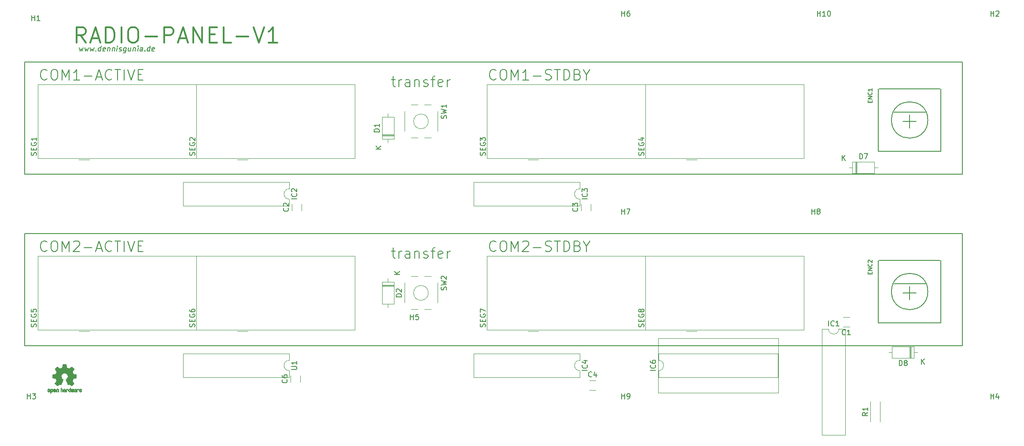
<source format=gbr>
%TF.GenerationSoftware,KiCad,Pcbnew,(5.1.10)-1*%
%TF.CreationDate,2021-06-21T21:07:17+02:00*%
%TF.ProjectId,Funk_v2,46756e6b-5f76-4322-9e6b-696361645f70,rev?*%
%TF.SameCoordinates,Original*%
%TF.FileFunction,Legend,Top*%
%TF.FilePolarity,Positive*%
%FSLAX46Y46*%
G04 Gerber Fmt 4.6, Leading zero omitted, Abs format (unit mm)*
G04 Created by KiCad (PCBNEW (5.1.10)-1) date 2021-06-21 21:07:17*
%MOMM*%
%LPD*%
G01*
G04 APERTURE LIST*
%ADD10C,0.150000*%
%ADD11C,0.300000*%
%ADD12C,0.010000*%
%ADD13C,0.120000*%
%ADD14C,0.203200*%
%ADD15C,0.152400*%
G04 APERTURE END LIST*
D10*
X117523333Y-61801428D02*
X118285238Y-61801428D01*
X117809047Y-61134761D02*
X117809047Y-62849047D01*
X117904285Y-63039523D01*
X118094761Y-63134761D01*
X118285238Y-63134761D01*
X118951904Y-63134761D02*
X118951904Y-61801428D01*
X118951904Y-62182380D02*
X119047142Y-61991904D01*
X119142380Y-61896666D01*
X119332857Y-61801428D01*
X119523333Y-61801428D01*
X121047142Y-63134761D02*
X121047142Y-62087142D01*
X120951904Y-61896666D01*
X120761428Y-61801428D01*
X120380476Y-61801428D01*
X120190000Y-61896666D01*
X121047142Y-63039523D02*
X120856666Y-63134761D01*
X120380476Y-63134761D01*
X120190000Y-63039523D01*
X120094761Y-62849047D01*
X120094761Y-62658571D01*
X120190000Y-62468095D01*
X120380476Y-62372857D01*
X120856666Y-62372857D01*
X121047142Y-62277619D01*
X121999523Y-61801428D02*
X121999523Y-63134761D01*
X121999523Y-61991904D02*
X122094761Y-61896666D01*
X122285238Y-61801428D01*
X122570952Y-61801428D01*
X122761428Y-61896666D01*
X122856666Y-62087142D01*
X122856666Y-63134761D01*
X123713809Y-63039523D02*
X123904285Y-63134761D01*
X124285238Y-63134761D01*
X124475714Y-63039523D01*
X124570952Y-62849047D01*
X124570952Y-62753809D01*
X124475714Y-62563333D01*
X124285238Y-62468095D01*
X123999523Y-62468095D01*
X123809047Y-62372857D01*
X123713809Y-62182380D01*
X123713809Y-62087142D01*
X123809047Y-61896666D01*
X123999523Y-61801428D01*
X124285238Y-61801428D01*
X124475714Y-61896666D01*
X125142380Y-61801428D02*
X125904285Y-61801428D01*
X125428095Y-63134761D02*
X125428095Y-61420476D01*
X125523333Y-61230000D01*
X125713809Y-61134761D01*
X125904285Y-61134761D01*
X127332857Y-63039523D02*
X127142380Y-63134761D01*
X126761428Y-63134761D01*
X126570952Y-63039523D01*
X126475714Y-62849047D01*
X126475714Y-62087142D01*
X126570952Y-61896666D01*
X126761428Y-61801428D01*
X127142380Y-61801428D01*
X127332857Y-61896666D01*
X127428095Y-62087142D01*
X127428095Y-62277619D01*
X126475714Y-62468095D01*
X128285238Y-63134761D02*
X128285238Y-61801428D01*
X128285238Y-62182380D02*
X128380476Y-61991904D01*
X128475714Y-61896666D01*
X128666190Y-61801428D01*
X128856666Y-61801428D01*
X117523333Y-28781428D02*
X118285238Y-28781428D01*
X117809047Y-28114761D02*
X117809047Y-29829047D01*
X117904285Y-30019523D01*
X118094761Y-30114761D01*
X118285238Y-30114761D01*
X118951904Y-30114761D02*
X118951904Y-28781428D01*
X118951904Y-29162380D02*
X119047142Y-28971904D01*
X119142380Y-28876666D01*
X119332857Y-28781428D01*
X119523333Y-28781428D01*
X121047142Y-30114761D02*
X121047142Y-29067142D01*
X120951904Y-28876666D01*
X120761428Y-28781428D01*
X120380476Y-28781428D01*
X120190000Y-28876666D01*
X121047142Y-30019523D02*
X120856666Y-30114761D01*
X120380476Y-30114761D01*
X120190000Y-30019523D01*
X120094761Y-29829047D01*
X120094761Y-29638571D01*
X120190000Y-29448095D01*
X120380476Y-29352857D01*
X120856666Y-29352857D01*
X121047142Y-29257619D01*
X121999523Y-28781428D02*
X121999523Y-30114761D01*
X121999523Y-28971904D02*
X122094761Y-28876666D01*
X122285238Y-28781428D01*
X122570952Y-28781428D01*
X122761428Y-28876666D01*
X122856666Y-29067142D01*
X122856666Y-30114761D01*
X123713809Y-30019523D02*
X123904285Y-30114761D01*
X124285238Y-30114761D01*
X124475714Y-30019523D01*
X124570952Y-29829047D01*
X124570952Y-29733809D01*
X124475714Y-29543333D01*
X124285238Y-29448095D01*
X123999523Y-29448095D01*
X123809047Y-29352857D01*
X123713809Y-29162380D01*
X123713809Y-29067142D01*
X123809047Y-28876666D01*
X123999523Y-28781428D01*
X124285238Y-28781428D01*
X124475714Y-28876666D01*
X125142380Y-28781428D02*
X125904285Y-28781428D01*
X125428095Y-30114761D02*
X125428095Y-28400476D01*
X125523333Y-28210000D01*
X125713809Y-28114761D01*
X125904285Y-28114761D01*
X127332857Y-30019523D02*
X127142380Y-30114761D01*
X126761428Y-30114761D01*
X126570952Y-30019523D01*
X126475714Y-29829047D01*
X126475714Y-29067142D01*
X126570952Y-28876666D01*
X126761428Y-28781428D01*
X127142380Y-28781428D01*
X127332857Y-28876666D01*
X127428095Y-29067142D01*
X127428095Y-29257619D01*
X126475714Y-29448095D01*
X128285238Y-30114761D02*
X128285238Y-28781428D01*
X128285238Y-29162380D02*
X128380476Y-28971904D01*
X128475714Y-28876666D01*
X128666190Y-28781428D01*
X128856666Y-28781428D01*
X46990000Y-80010000D02*
X227330000Y-80010000D01*
X227330000Y-58420000D02*
X227330000Y-80010000D01*
X46990000Y-58420000D02*
X46990000Y-80010000D01*
X46990000Y-58420000D02*
X227330000Y-58420000D01*
X46990000Y-25400000D02*
X48260000Y-25400000D01*
X46990000Y-46990000D02*
X46990000Y-25400000D01*
X227330000Y-46990000D02*
X46990000Y-46990000D01*
X227330000Y-25400000D02*
X227330000Y-46990000D01*
X48260000Y-25400000D02*
X227330000Y-25400000D01*
X137606547Y-61674285D02*
X137511309Y-61769523D01*
X137225595Y-61864761D01*
X137035119Y-61864761D01*
X136749404Y-61769523D01*
X136558928Y-61579047D01*
X136463690Y-61388571D01*
X136368452Y-61007619D01*
X136368452Y-60721904D01*
X136463690Y-60340952D01*
X136558928Y-60150476D01*
X136749404Y-59960000D01*
X137035119Y-59864761D01*
X137225595Y-59864761D01*
X137511309Y-59960000D01*
X137606547Y-60055238D01*
X138844642Y-59864761D02*
X139225595Y-59864761D01*
X139416071Y-59960000D01*
X139606547Y-60150476D01*
X139701785Y-60531428D01*
X139701785Y-61198095D01*
X139606547Y-61579047D01*
X139416071Y-61769523D01*
X139225595Y-61864761D01*
X138844642Y-61864761D01*
X138654166Y-61769523D01*
X138463690Y-61579047D01*
X138368452Y-61198095D01*
X138368452Y-60531428D01*
X138463690Y-60150476D01*
X138654166Y-59960000D01*
X138844642Y-59864761D01*
X140558928Y-61864761D02*
X140558928Y-59864761D01*
X141225595Y-61293333D01*
X141892261Y-59864761D01*
X141892261Y-61864761D01*
X142749404Y-60055238D02*
X142844642Y-59960000D01*
X143035119Y-59864761D01*
X143511309Y-59864761D01*
X143701785Y-59960000D01*
X143797023Y-60055238D01*
X143892261Y-60245714D01*
X143892261Y-60436190D01*
X143797023Y-60721904D01*
X142654166Y-61864761D01*
X143892261Y-61864761D01*
X144749404Y-61102857D02*
X146273214Y-61102857D01*
X147130357Y-61769523D02*
X147416071Y-61864761D01*
X147892261Y-61864761D01*
X148082738Y-61769523D01*
X148177976Y-61674285D01*
X148273214Y-61483809D01*
X148273214Y-61293333D01*
X148177976Y-61102857D01*
X148082738Y-61007619D01*
X147892261Y-60912380D01*
X147511309Y-60817142D01*
X147320833Y-60721904D01*
X147225595Y-60626666D01*
X147130357Y-60436190D01*
X147130357Y-60245714D01*
X147225595Y-60055238D01*
X147320833Y-59960000D01*
X147511309Y-59864761D01*
X147987500Y-59864761D01*
X148273214Y-59960000D01*
X148844642Y-59864761D02*
X149987500Y-59864761D01*
X149416071Y-61864761D02*
X149416071Y-59864761D01*
X150654166Y-61864761D02*
X150654166Y-59864761D01*
X151130357Y-59864761D01*
X151416071Y-59960000D01*
X151606547Y-60150476D01*
X151701785Y-60340952D01*
X151797023Y-60721904D01*
X151797023Y-61007619D01*
X151701785Y-61388571D01*
X151606547Y-61579047D01*
X151416071Y-61769523D01*
X151130357Y-61864761D01*
X150654166Y-61864761D01*
X153320833Y-60817142D02*
X153606547Y-60912380D01*
X153701785Y-61007619D01*
X153797023Y-61198095D01*
X153797023Y-61483809D01*
X153701785Y-61674285D01*
X153606547Y-61769523D01*
X153416071Y-61864761D01*
X152654166Y-61864761D01*
X152654166Y-59864761D01*
X153320833Y-59864761D01*
X153511309Y-59960000D01*
X153606547Y-60055238D01*
X153701785Y-60245714D01*
X153701785Y-60436190D01*
X153606547Y-60626666D01*
X153511309Y-60721904D01*
X153320833Y-60817142D01*
X152654166Y-60817142D01*
X155035119Y-60912380D02*
X155035119Y-61864761D01*
X154368452Y-59864761D02*
X155035119Y-60912380D01*
X155701785Y-59864761D01*
X51246547Y-61674285D02*
X51151309Y-61769523D01*
X50865595Y-61864761D01*
X50675119Y-61864761D01*
X50389404Y-61769523D01*
X50198928Y-61579047D01*
X50103690Y-61388571D01*
X50008452Y-61007619D01*
X50008452Y-60721904D01*
X50103690Y-60340952D01*
X50198928Y-60150476D01*
X50389404Y-59960000D01*
X50675119Y-59864761D01*
X50865595Y-59864761D01*
X51151309Y-59960000D01*
X51246547Y-60055238D01*
X52484642Y-59864761D02*
X52865595Y-59864761D01*
X53056071Y-59960000D01*
X53246547Y-60150476D01*
X53341785Y-60531428D01*
X53341785Y-61198095D01*
X53246547Y-61579047D01*
X53056071Y-61769523D01*
X52865595Y-61864761D01*
X52484642Y-61864761D01*
X52294166Y-61769523D01*
X52103690Y-61579047D01*
X52008452Y-61198095D01*
X52008452Y-60531428D01*
X52103690Y-60150476D01*
X52294166Y-59960000D01*
X52484642Y-59864761D01*
X54198928Y-61864761D02*
X54198928Y-59864761D01*
X54865595Y-61293333D01*
X55532261Y-59864761D01*
X55532261Y-61864761D01*
X56389404Y-60055238D02*
X56484642Y-59960000D01*
X56675119Y-59864761D01*
X57151309Y-59864761D01*
X57341785Y-59960000D01*
X57437023Y-60055238D01*
X57532261Y-60245714D01*
X57532261Y-60436190D01*
X57437023Y-60721904D01*
X56294166Y-61864761D01*
X57532261Y-61864761D01*
X58389404Y-61102857D02*
X59913214Y-61102857D01*
X60770357Y-61293333D02*
X61722738Y-61293333D01*
X60579880Y-61864761D02*
X61246547Y-59864761D01*
X61913214Y-61864761D01*
X63722738Y-61674285D02*
X63627500Y-61769523D01*
X63341785Y-61864761D01*
X63151309Y-61864761D01*
X62865595Y-61769523D01*
X62675119Y-61579047D01*
X62579880Y-61388571D01*
X62484642Y-61007619D01*
X62484642Y-60721904D01*
X62579880Y-60340952D01*
X62675119Y-60150476D01*
X62865595Y-59960000D01*
X63151309Y-59864761D01*
X63341785Y-59864761D01*
X63627500Y-59960000D01*
X63722738Y-60055238D01*
X64294166Y-59864761D02*
X65437023Y-59864761D01*
X64865595Y-61864761D02*
X64865595Y-59864761D01*
X66103690Y-61864761D02*
X66103690Y-59864761D01*
X66770357Y-59864761D02*
X67437023Y-61864761D01*
X68103690Y-59864761D01*
X68770357Y-60817142D02*
X69437023Y-60817142D01*
X69722738Y-61864761D02*
X68770357Y-61864761D01*
X68770357Y-59864761D01*
X69722738Y-59864761D01*
X137606547Y-28654285D02*
X137511309Y-28749523D01*
X137225595Y-28844761D01*
X137035119Y-28844761D01*
X136749404Y-28749523D01*
X136558928Y-28559047D01*
X136463690Y-28368571D01*
X136368452Y-27987619D01*
X136368452Y-27701904D01*
X136463690Y-27320952D01*
X136558928Y-27130476D01*
X136749404Y-26940000D01*
X137035119Y-26844761D01*
X137225595Y-26844761D01*
X137511309Y-26940000D01*
X137606547Y-27035238D01*
X138844642Y-26844761D02*
X139225595Y-26844761D01*
X139416071Y-26940000D01*
X139606547Y-27130476D01*
X139701785Y-27511428D01*
X139701785Y-28178095D01*
X139606547Y-28559047D01*
X139416071Y-28749523D01*
X139225595Y-28844761D01*
X138844642Y-28844761D01*
X138654166Y-28749523D01*
X138463690Y-28559047D01*
X138368452Y-28178095D01*
X138368452Y-27511428D01*
X138463690Y-27130476D01*
X138654166Y-26940000D01*
X138844642Y-26844761D01*
X140558928Y-28844761D02*
X140558928Y-26844761D01*
X141225595Y-28273333D01*
X141892261Y-26844761D01*
X141892261Y-28844761D01*
X143892261Y-28844761D02*
X142749404Y-28844761D01*
X143320833Y-28844761D02*
X143320833Y-26844761D01*
X143130357Y-27130476D01*
X142939880Y-27320952D01*
X142749404Y-27416190D01*
X144749404Y-28082857D02*
X146273214Y-28082857D01*
X147130357Y-28749523D02*
X147416071Y-28844761D01*
X147892261Y-28844761D01*
X148082738Y-28749523D01*
X148177976Y-28654285D01*
X148273214Y-28463809D01*
X148273214Y-28273333D01*
X148177976Y-28082857D01*
X148082738Y-27987619D01*
X147892261Y-27892380D01*
X147511309Y-27797142D01*
X147320833Y-27701904D01*
X147225595Y-27606666D01*
X147130357Y-27416190D01*
X147130357Y-27225714D01*
X147225595Y-27035238D01*
X147320833Y-26940000D01*
X147511309Y-26844761D01*
X147987500Y-26844761D01*
X148273214Y-26940000D01*
X148844642Y-26844761D02*
X149987500Y-26844761D01*
X149416071Y-28844761D02*
X149416071Y-26844761D01*
X150654166Y-28844761D02*
X150654166Y-26844761D01*
X151130357Y-26844761D01*
X151416071Y-26940000D01*
X151606547Y-27130476D01*
X151701785Y-27320952D01*
X151797023Y-27701904D01*
X151797023Y-27987619D01*
X151701785Y-28368571D01*
X151606547Y-28559047D01*
X151416071Y-28749523D01*
X151130357Y-28844761D01*
X150654166Y-28844761D01*
X153320833Y-27797142D02*
X153606547Y-27892380D01*
X153701785Y-27987619D01*
X153797023Y-28178095D01*
X153797023Y-28463809D01*
X153701785Y-28654285D01*
X153606547Y-28749523D01*
X153416071Y-28844761D01*
X152654166Y-28844761D01*
X152654166Y-26844761D01*
X153320833Y-26844761D01*
X153511309Y-26940000D01*
X153606547Y-27035238D01*
X153701785Y-27225714D01*
X153701785Y-27416190D01*
X153606547Y-27606666D01*
X153511309Y-27701904D01*
X153320833Y-27797142D01*
X152654166Y-27797142D01*
X155035119Y-27892380D02*
X155035119Y-28844761D01*
X154368452Y-26844761D02*
X155035119Y-27892380D01*
X155701785Y-26844761D01*
X51246547Y-28654285D02*
X51151309Y-28749523D01*
X50865595Y-28844761D01*
X50675119Y-28844761D01*
X50389404Y-28749523D01*
X50198928Y-28559047D01*
X50103690Y-28368571D01*
X50008452Y-27987619D01*
X50008452Y-27701904D01*
X50103690Y-27320952D01*
X50198928Y-27130476D01*
X50389404Y-26940000D01*
X50675119Y-26844761D01*
X50865595Y-26844761D01*
X51151309Y-26940000D01*
X51246547Y-27035238D01*
X52484642Y-26844761D02*
X52865595Y-26844761D01*
X53056071Y-26940000D01*
X53246547Y-27130476D01*
X53341785Y-27511428D01*
X53341785Y-28178095D01*
X53246547Y-28559047D01*
X53056071Y-28749523D01*
X52865595Y-28844761D01*
X52484642Y-28844761D01*
X52294166Y-28749523D01*
X52103690Y-28559047D01*
X52008452Y-28178095D01*
X52008452Y-27511428D01*
X52103690Y-27130476D01*
X52294166Y-26940000D01*
X52484642Y-26844761D01*
X54198928Y-28844761D02*
X54198928Y-26844761D01*
X54865595Y-28273333D01*
X55532261Y-26844761D01*
X55532261Y-28844761D01*
X57532261Y-28844761D02*
X56389404Y-28844761D01*
X56960833Y-28844761D02*
X56960833Y-26844761D01*
X56770357Y-27130476D01*
X56579880Y-27320952D01*
X56389404Y-27416190D01*
X58389404Y-28082857D02*
X59913214Y-28082857D01*
X60770357Y-28273333D02*
X61722738Y-28273333D01*
X60579880Y-28844761D02*
X61246547Y-26844761D01*
X61913214Y-28844761D01*
X63722738Y-28654285D02*
X63627500Y-28749523D01*
X63341785Y-28844761D01*
X63151309Y-28844761D01*
X62865595Y-28749523D01*
X62675119Y-28559047D01*
X62579880Y-28368571D01*
X62484642Y-27987619D01*
X62484642Y-27701904D01*
X62579880Y-27320952D01*
X62675119Y-27130476D01*
X62865595Y-26940000D01*
X63151309Y-26844761D01*
X63341785Y-26844761D01*
X63627500Y-26940000D01*
X63722738Y-27035238D01*
X64294166Y-26844761D02*
X65437023Y-26844761D01*
X64865595Y-28844761D02*
X64865595Y-26844761D01*
X66103690Y-28844761D02*
X66103690Y-26844761D01*
X66770357Y-26844761D02*
X67437023Y-28844761D01*
X68103690Y-26844761D01*
X68770357Y-27797142D02*
X69437023Y-27797142D01*
X69722738Y-28844761D02*
X68770357Y-28844761D01*
X68770357Y-26844761D01*
X69722738Y-26844761D01*
X57491443Y-22645714D02*
X57598586Y-23312380D01*
X57848586Y-22836190D01*
X57979538Y-23312380D01*
X58253348Y-22645714D01*
X58539062Y-22645714D02*
X58646205Y-23312380D01*
X58896205Y-22836190D01*
X59027157Y-23312380D01*
X59300967Y-22645714D01*
X59586681Y-22645714D02*
X59693824Y-23312380D01*
X59943824Y-22836190D01*
X60074776Y-23312380D01*
X60348586Y-22645714D01*
X60658110Y-23217142D02*
X60699776Y-23264761D01*
X60646205Y-23312380D01*
X60604538Y-23264761D01*
X60658110Y-23217142D01*
X60646205Y-23312380D01*
X61550967Y-23312380D02*
X61675967Y-22312380D01*
X61556919Y-23264761D02*
X61455729Y-23312380D01*
X61265252Y-23312380D01*
X61175967Y-23264761D01*
X61134300Y-23217142D01*
X61098586Y-23121904D01*
X61134300Y-22836190D01*
X61193824Y-22740952D01*
X61247395Y-22693333D01*
X61348586Y-22645714D01*
X61539062Y-22645714D01*
X61628348Y-22693333D01*
X62414062Y-23264761D02*
X62312872Y-23312380D01*
X62122395Y-23312380D01*
X62033110Y-23264761D01*
X61997395Y-23169523D01*
X62045014Y-22788571D01*
X62104538Y-22693333D01*
X62205729Y-22645714D01*
X62396205Y-22645714D01*
X62485491Y-22693333D01*
X62521205Y-22788571D01*
X62509300Y-22883809D01*
X62021205Y-22979047D01*
X62967633Y-22645714D02*
X62884300Y-23312380D01*
X62955729Y-22740952D02*
X63009300Y-22693333D01*
X63110491Y-22645714D01*
X63253348Y-22645714D01*
X63342633Y-22693333D01*
X63378348Y-22788571D01*
X63312872Y-23312380D01*
X63872395Y-22645714D02*
X63789062Y-23312380D01*
X63860491Y-22740952D02*
X63914062Y-22693333D01*
X64015252Y-22645714D01*
X64158110Y-22645714D01*
X64247395Y-22693333D01*
X64283110Y-22788571D01*
X64217633Y-23312380D01*
X64693824Y-23312380D02*
X64777157Y-22645714D01*
X64818824Y-22312380D02*
X64765252Y-22360000D01*
X64806919Y-22407619D01*
X64860491Y-22360000D01*
X64818824Y-22312380D01*
X64806919Y-22407619D01*
X65128348Y-23264761D02*
X65217633Y-23312380D01*
X65408110Y-23312380D01*
X65509300Y-23264761D01*
X65568824Y-23169523D01*
X65574776Y-23121904D01*
X65539062Y-23026666D01*
X65449776Y-22979047D01*
X65306919Y-22979047D01*
X65217633Y-22931428D01*
X65181919Y-22836190D01*
X65187872Y-22788571D01*
X65247395Y-22693333D01*
X65348586Y-22645714D01*
X65491443Y-22645714D01*
X65580729Y-22693333D01*
X66491443Y-22645714D02*
X66390252Y-23455238D01*
X66330729Y-23550476D01*
X66277157Y-23598095D01*
X66175967Y-23645714D01*
X66033110Y-23645714D01*
X65943824Y-23598095D01*
X66414062Y-23264761D02*
X66312872Y-23312380D01*
X66122395Y-23312380D01*
X66033110Y-23264761D01*
X65991443Y-23217142D01*
X65955729Y-23121904D01*
X65991443Y-22836190D01*
X66050967Y-22740952D01*
X66104538Y-22693333D01*
X66205729Y-22645714D01*
X66396205Y-22645714D01*
X66485491Y-22693333D01*
X67396205Y-22645714D02*
X67312872Y-23312380D01*
X66967633Y-22645714D02*
X66902157Y-23169523D01*
X66937872Y-23264761D01*
X67027157Y-23312380D01*
X67170014Y-23312380D01*
X67271205Y-23264761D01*
X67324776Y-23217142D01*
X67872395Y-22645714D02*
X67789062Y-23312380D01*
X67860491Y-22740952D02*
X67914062Y-22693333D01*
X68015252Y-22645714D01*
X68158110Y-22645714D01*
X68247395Y-22693333D01*
X68283110Y-22788571D01*
X68217633Y-23312380D01*
X68693824Y-23312380D02*
X68777157Y-22645714D01*
X68818824Y-22312380D02*
X68765252Y-22360000D01*
X68806919Y-22407619D01*
X68860491Y-22360000D01*
X68818824Y-22312380D01*
X68806919Y-22407619D01*
X69598586Y-23312380D02*
X69664062Y-22788571D01*
X69628348Y-22693333D01*
X69539062Y-22645714D01*
X69348586Y-22645714D01*
X69247395Y-22693333D01*
X69604538Y-23264761D02*
X69503348Y-23312380D01*
X69265252Y-23312380D01*
X69175967Y-23264761D01*
X69140252Y-23169523D01*
X69152157Y-23074285D01*
X69211681Y-22979047D01*
X69312872Y-22931428D01*
X69550967Y-22931428D01*
X69652157Y-22883809D01*
X70086681Y-23217142D02*
X70128348Y-23264761D01*
X70074776Y-23312380D01*
X70033110Y-23264761D01*
X70086681Y-23217142D01*
X70074776Y-23312380D01*
X70979538Y-23312380D02*
X71104538Y-22312380D01*
X70985491Y-23264761D02*
X70884300Y-23312380D01*
X70693824Y-23312380D01*
X70604538Y-23264761D01*
X70562872Y-23217142D01*
X70527157Y-23121904D01*
X70562872Y-22836190D01*
X70622395Y-22740952D01*
X70675967Y-22693333D01*
X70777157Y-22645714D01*
X70967633Y-22645714D01*
X71056919Y-22693333D01*
X71842633Y-23264761D02*
X71741443Y-23312380D01*
X71550967Y-23312380D01*
X71461681Y-23264761D01*
X71425967Y-23169523D01*
X71473586Y-22788571D01*
X71533110Y-22693333D01*
X71634300Y-22645714D01*
X71824776Y-22645714D01*
X71914062Y-22693333D01*
X71949776Y-22788571D01*
X71937872Y-22883809D01*
X71449776Y-22979047D01*
D11*
X58700000Y-21677142D02*
X57700000Y-20248571D01*
X56985714Y-21677142D02*
X56985714Y-18677142D01*
X58128571Y-18677142D01*
X58414285Y-18820000D01*
X58557142Y-18962857D01*
X58700000Y-19248571D01*
X58700000Y-19677142D01*
X58557142Y-19962857D01*
X58414285Y-20105714D01*
X58128571Y-20248571D01*
X56985714Y-20248571D01*
X59842857Y-20820000D02*
X61271428Y-20820000D01*
X59557142Y-21677142D02*
X60557142Y-18677142D01*
X61557142Y-21677142D01*
X62557142Y-21677142D02*
X62557142Y-18677142D01*
X63271428Y-18677142D01*
X63700000Y-18820000D01*
X63985714Y-19105714D01*
X64128571Y-19391428D01*
X64271428Y-19962857D01*
X64271428Y-20391428D01*
X64128571Y-20962857D01*
X63985714Y-21248571D01*
X63700000Y-21534285D01*
X63271428Y-21677142D01*
X62557142Y-21677142D01*
X65557142Y-21677142D02*
X65557142Y-18677142D01*
X67557142Y-18677142D02*
X68128571Y-18677142D01*
X68414285Y-18820000D01*
X68700000Y-19105714D01*
X68842857Y-19677142D01*
X68842857Y-20677142D01*
X68700000Y-21248571D01*
X68414285Y-21534285D01*
X68128571Y-21677142D01*
X67557142Y-21677142D01*
X67271428Y-21534285D01*
X66985714Y-21248571D01*
X66842857Y-20677142D01*
X66842857Y-19677142D01*
X66985714Y-19105714D01*
X67271428Y-18820000D01*
X67557142Y-18677142D01*
X70128571Y-20534285D02*
X72414285Y-20534285D01*
X73842857Y-21677142D02*
X73842857Y-18677142D01*
X74985714Y-18677142D01*
X75271428Y-18820000D01*
X75414285Y-18962857D01*
X75557142Y-19248571D01*
X75557142Y-19677142D01*
X75414285Y-19962857D01*
X75271428Y-20105714D01*
X74985714Y-20248571D01*
X73842857Y-20248571D01*
X76700000Y-20820000D02*
X78128571Y-20820000D01*
X76414285Y-21677142D02*
X77414285Y-18677142D01*
X78414285Y-21677142D01*
X79414285Y-21677142D02*
X79414285Y-18677142D01*
X81128571Y-21677142D01*
X81128571Y-18677142D01*
X82557142Y-20105714D02*
X83557142Y-20105714D01*
X83985714Y-21677142D02*
X82557142Y-21677142D01*
X82557142Y-18677142D01*
X83985714Y-18677142D01*
X86700000Y-21677142D02*
X85271428Y-21677142D01*
X85271428Y-18677142D01*
X87700000Y-20534285D02*
X89985714Y-20534285D01*
X90985714Y-18677142D02*
X91985714Y-21677142D01*
X92985714Y-18677142D01*
X95557142Y-21677142D02*
X93842857Y-21677142D01*
X94700000Y-21677142D02*
X94700000Y-18677142D01*
X94414285Y-19105714D01*
X94128571Y-19391428D01*
X93842857Y-19534285D01*
D12*
%TO.C,REF\u002A\u002A*%
G36*
X52209744Y-88279918D02*
G01*
X52265201Y-88307568D01*
X52314148Y-88358480D01*
X52327629Y-88377338D01*
X52342314Y-88402015D01*
X52351842Y-88428816D01*
X52357293Y-88464587D01*
X52359747Y-88516169D01*
X52360286Y-88584267D01*
X52357852Y-88677588D01*
X52349394Y-88747657D01*
X52333174Y-88799931D01*
X52307454Y-88839869D01*
X52270497Y-88872929D01*
X52267782Y-88874886D01*
X52231360Y-88894908D01*
X52187502Y-88904815D01*
X52131724Y-88907257D01*
X52041048Y-88907257D01*
X52041010Y-88995283D01*
X52040166Y-89044308D01*
X52035024Y-89073065D01*
X52021587Y-89090311D01*
X51995858Y-89104808D01*
X51989679Y-89107769D01*
X51960764Y-89121648D01*
X51938376Y-89130414D01*
X51921729Y-89131171D01*
X51910036Y-89121023D01*
X51902510Y-89097073D01*
X51898366Y-89056426D01*
X51896815Y-88996186D01*
X51897071Y-88913455D01*
X51898349Y-88805339D01*
X51898748Y-88773000D01*
X51900185Y-88661524D01*
X51901472Y-88588603D01*
X52040971Y-88588603D01*
X52041755Y-88650499D01*
X52045240Y-88690997D01*
X52053124Y-88717708D01*
X52067105Y-88738244D01*
X52076597Y-88748260D01*
X52115404Y-88777567D01*
X52149763Y-88779952D01*
X52185216Y-88755750D01*
X52186114Y-88754857D01*
X52200539Y-88736153D01*
X52209313Y-88710732D01*
X52213739Y-88671584D01*
X52215118Y-88611697D01*
X52215143Y-88598430D01*
X52211812Y-88515901D01*
X52200969Y-88458691D01*
X52181340Y-88423766D01*
X52151650Y-88408094D01*
X52134491Y-88406514D01*
X52093766Y-88413926D01*
X52065832Y-88438330D01*
X52049017Y-88482980D01*
X52041650Y-88551130D01*
X52040971Y-88588603D01*
X51901472Y-88588603D01*
X51901708Y-88575245D01*
X51903677Y-88510333D01*
X51906450Y-88462958D01*
X51910388Y-88429290D01*
X51915849Y-88405498D01*
X51923192Y-88387753D01*
X51932777Y-88372224D01*
X51936887Y-88366381D01*
X51991405Y-88311185D01*
X52060336Y-88279890D01*
X52140072Y-88271165D01*
X52209744Y-88279918D01*
G37*
X52209744Y-88279918D02*
X52265201Y-88307568D01*
X52314148Y-88358480D01*
X52327629Y-88377338D01*
X52342314Y-88402015D01*
X52351842Y-88428816D01*
X52357293Y-88464587D01*
X52359747Y-88516169D01*
X52360286Y-88584267D01*
X52357852Y-88677588D01*
X52349394Y-88747657D01*
X52333174Y-88799931D01*
X52307454Y-88839869D01*
X52270497Y-88872929D01*
X52267782Y-88874886D01*
X52231360Y-88894908D01*
X52187502Y-88904815D01*
X52131724Y-88907257D01*
X52041048Y-88907257D01*
X52041010Y-88995283D01*
X52040166Y-89044308D01*
X52035024Y-89073065D01*
X52021587Y-89090311D01*
X51995858Y-89104808D01*
X51989679Y-89107769D01*
X51960764Y-89121648D01*
X51938376Y-89130414D01*
X51921729Y-89131171D01*
X51910036Y-89121023D01*
X51902510Y-89097073D01*
X51898366Y-89056426D01*
X51896815Y-88996186D01*
X51897071Y-88913455D01*
X51898349Y-88805339D01*
X51898748Y-88773000D01*
X51900185Y-88661524D01*
X51901472Y-88588603D01*
X52040971Y-88588603D01*
X52041755Y-88650499D01*
X52045240Y-88690997D01*
X52053124Y-88717708D01*
X52067105Y-88738244D01*
X52076597Y-88748260D01*
X52115404Y-88777567D01*
X52149763Y-88779952D01*
X52185216Y-88755750D01*
X52186114Y-88754857D01*
X52200539Y-88736153D01*
X52209313Y-88710732D01*
X52213739Y-88671584D01*
X52215118Y-88611697D01*
X52215143Y-88598430D01*
X52211812Y-88515901D01*
X52200969Y-88458691D01*
X52181340Y-88423766D01*
X52151650Y-88408094D01*
X52134491Y-88406514D01*
X52093766Y-88413926D01*
X52065832Y-88438330D01*
X52049017Y-88482980D01*
X52041650Y-88551130D01*
X52040971Y-88588603D01*
X51901472Y-88588603D01*
X51901708Y-88575245D01*
X51903677Y-88510333D01*
X51906450Y-88462958D01*
X51910388Y-88429290D01*
X51915849Y-88405498D01*
X51923192Y-88387753D01*
X51932777Y-88372224D01*
X51936887Y-88366381D01*
X51991405Y-88311185D01*
X52060336Y-88279890D01*
X52140072Y-88271165D01*
X52209744Y-88279918D01*
G36*
X53326093Y-88287780D02*
G01*
X53372672Y-88314723D01*
X53405057Y-88341466D01*
X53428742Y-88369484D01*
X53445059Y-88403748D01*
X53455339Y-88449227D01*
X53460914Y-88510892D01*
X53463116Y-88593711D01*
X53463371Y-88653246D01*
X53463371Y-88872391D01*
X53401686Y-88900044D01*
X53340000Y-88927697D01*
X53332743Y-88687670D01*
X53329744Y-88598028D01*
X53326598Y-88532962D01*
X53322701Y-88488026D01*
X53317447Y-88458770D01*
X53310231Y-88440748D01*
X53300450Y-88429511D01*
X53297312Y-88427079D01*
X53249761Y-88408083D01*
X53201697Y-88415600D01*
X53173086Y-88435543D01*
X53161447Y-88449675D01*
X53153391Y-88468220D01*
X53148271Y-88496334D01*
X53145441Y-88539173D01*
X53144256Y-88601895D01*
X53144057Y-88667261D01*
X53144018Y-88749268D01*
X53142614Y-88807316D01*
X53137914Y-88846465D01*
X53127987Y-88871780D01*
X53110903Y-88888323D01*
X53084732Y-88901156D01*
X53049775Y-88914491D01*
X53011596Y-88929007D01*
X53016141Y-88671389D01*
X53017971Y-88578519D01*
X53020112Y-88509889D01*
X53023181Y-88460711D01*
X53027794Y-88426198D01*
X53034568Y-88401562D01*
X53044119Y-88382016D01*
X53055634Y-88364770D01*
X53111190Y-88309680D01*
X53178980Y-88277822D01*
X53252713Y-88270191D01*
X53326093Y-88287780D01*
G37*
X53326093Y-88287780D02*
X53372672Y-88314723D01*
X53405057Y-88341466D01*
X53428742Y-88369484D01*
X53445059Y-88403748D01*
X53455339Y-88449227D01*
X53460914Y-88510892D01*
X53463116Y-88593711D01*
X53463371Y-88653246D01*
X53463371Y-88872391D01*
X53401686Y-88900044D01*
X53340000Y-88927697D01*
X53332743Y-88687670D01*
X53329744Y-88598028D01*
X53326598Y-88532962D01*
X53322701Y-88488026D01*
X53317447Y-88458770D01*
X53310231Y-88440748D01*
X53300450Y-88429511D01*
X53297312Y-88427079D01*
X53249761Y-88408083D01*
X53201697Y-88415600D01*
X53173086Y-88435543D01*
X53161447Y-88449675D01*
X53153391Y-88468220D01*
X53148271Y-88496334D01*
X53145441Y-88539173D01*
X53144256Y-88601895D01*
X53144057Y-88667261D01*
X53144018Y-88749268D01*
X53142614Y-88807316D01*
X53137914Y-88846465D01*
X53127987Y-88871780D01*
X53110903Y-88888323D01*
X53084732Y-88901156D01*
X53049775Y-88914491D01*
X53011596Y-88929007D01*
X53016141Y-88671389D01*
X53017971Y-88578519D01*
X53020112Y-88509889D01*
X53023181Y-88460711D01*
X53027794Y-88426198D01*
X53034568Y-88401562D01*
X53044119Y-88382016D01*
X53055634Y-88364770D01*
X53111190Y-88309680D01*
X53178980Y-88277822D01*
X53252713Y-88270191D01*
X53326093Y-88287780D01*
G36*
X51651115Y-88281962D02*
G01*
X51719145Y-88317733D01*
X51769351Y-88375301D01*
X51787185Y-88412312D01*
X51801063Y-88467882D01*
X51808167Y-88538096D01*
X51808840Y-88614727D01*
X51803427Y-88689552D01*
X51792270Y-88754342D01*
X51775714Y-88800873D01*
X51770626Y-88808887D01*
X51710355Y-88868707D01*
X51638769Y-88904535D01*
X51561092Y-88915020D01*
X51482548Y-88898810D01*
X51460689Y-88889092D01*
X51418122Y-88859143D01*
X51380763Y-88819433D01*
X51377232Y-88814397D01*
X51362881Y-88790124D01*
X51353394Y-88764178D01*
X51347790Y-88730022D01*
X51345086Y-88681119D01*
X51344299Y-88610935D01*
X51344286Y-88595200D01*
X51344322Y-88590192D01*
X51489429Y-88590192D01*
X51490273Y-88656430D01*
X51493596Y-88700386D01*
X51500583Y-88728779D01*
X51512416Y-88748325D01*
X51518457Y-88754857D01*
X51553186Y-88779680D01*
X51586903Y-88778548D01*
X51620995Y-88757016D01*
X51641329Y-88734029D01*
X51653371Y-88700478D01*
X51660134Y-88647569D01*
X51660598Y-88641399D01*
X51661752Y-88545513D01*
X51649688Y-88474299D01*
X51624570Y-88428194D01*
X51586560Y-88407635D01*
X51572992Y-88406514D01*
X51537364Y-88412152D01*
X51512994Y-88431686D01*
X51498093Y-88469042D01*
X51490875Y-88528150D01*
X51489429Y-88590192D01*
X51344322Y-88590192D01*
X51344826Y-88520413D01*
X51347096Y-88468159D01*
X51352068Y-88431949D01*
X51360713Y-88405299D01*
X51374005Y-88381722D01*
X51376943Y-88377338D01*
X51426313Y-88318249D01*
X51480109Y-88283947D01*
X51545602Y-88270331D01*
X51567842Y-88269665D01*
X51651115Y-88281962D01*
G37*
X51651115Y-88281962D02*
X51719145Y-88317733D01*
X51769351Y-88375301D01*
X51787185Y-88412312D01*
X51801063Y-88467882D01*
X51808167Y-88538096D01*
X51808840Y-88614727D01*
X51803427Y-88689552D01*
X51792270Y-88754342D01*
X51775714Y-88800873D01*
X51770626Y-88808887D01*
X51710355Y-88868707D01*
X51638769Y-88904535D01*
X51561092Y-88915020D01*
X51482548Y-88898810D01*
X51460689Y-88889092D01*
X51418122Y-88859143D01*
X51380763Y-88819433D01*
X51377232Y-88814397D01*
X51362881Y-88790124D01*
X51353394Y-88764178D01*
X51347790Y-88730022D01*
X51345086Y-88681119D01*
X51344299Y-88610935D01*
X51344286Y-88595200D01*
X51344322Y-88590192D01*
X51489429Y-88590192D01*
X51490273Y-88656430D01*
X51493596Y-88700386D01*
X51500583Y-88728779D01*
X51512416Y-88748325D01*
X51518457Y-88754857D01*
X51553186Y-88779680D01*
X51586903Y-88778548D01*
X51620995Y-88757016D01*
X51641329Y-88734029D01*
X51653371Y-88700478D01*
X51660134Y-88647569D01*
X51660598Y-88641399D01*
X51661752Y-88545513D01*
X51649688Y-88474299D01*
X51624570Y-88428194D01*
X51586560Y-88407635D01*
X51572992Y-88406514D01*
X51537364Y-88412152D01*
X51512994Y-88431686D01*
X51498093Y-88469042D01*
X51490875Y-88528150D01*
X51489429Y-88590192D01*
X51344322Y-88590192D01*
X51344826Y-88520413D01*
X51347096Y-88468159D01*
X51352068Y-88431949D01*
X51360713Y-88405299D01*
X51374005Y-88381722D01*
X51376943Y-88377338D01*
X51426313Y-88318249D01*
X51480109Y-88283947D01*
X51545602Y-88270331D01*
X51567842Y-88269665D01*
X51651115Y-88281962D01*
G36*
X52778303Y-88291239D02*
G01*
X52835527Y-88329735D01*
X52879749Y-88385335D01*
X52906167Y-88456086D01*
X52911510Y-88508162D01*
X52910903Y-88529893D01*
X52905822Y-88546531D01*
X52891855Y-88561437D01*
X52864589Y-88577973D01*
X52819612Y-88599498D01*
X52752511Y-88629374D01*
X52752171Y-88629524D01*
X52690407Y-88657813D01*
X52639759Y-88682933D01*
X52605404Y-88702179D01*
X52592518Y-88712848D01*
X52592514Y-88712934D01*
X52603872Y-88736166D01*
X52630431Y-88761774D01*
X52660923Y-88780221D01*
X52676370Y-88783886D01*
X52718515Y-88771212D01*
X52754808Y-88739471D01*
X52772517Y-88704572D01*
X52789552Y-88678845D01*
X52822922Y-88649546D01*
X52862149Y-88624235D01*
X52896756Y-88610471D01*
X52903993Y-88609714D01*
X52912139Y-88622160D01*
X52912630Y-88653972D01*
X52906643Y-88696866D01*
X52895357Y-88742558D01*
X52879950Y-88782761D01*
X52879171Y-88784322D01*
X52832804Y-88849062D01*
X52772711Y-88893097D01*
X52704465Y-88914711D01*
X52633638Y-88912185D01*
X52565804Y-88883804D01*
X52562788Y-88881808D01*
X52509427Y-88833448D01*
X52474340Y-88770352D01*
X52454922Y-88687387D01*
X52452316Y-88664078D01*
X52447701Y-88554055D01*
X52453233Y-88502748D01*
X52592514Y-88502748D01*
X52594324Y-88534753D01*
X52604222Y-88544093D01*
X52628898Y-88537105D01*
X52667795Y-88520587D01*
X52711275Y-88499881D01*
X52712356Y-88499333D01*
X52749209Y-88479949D01*
X52764000Y-88467013D01*
X52760353Y-88453451D01*
X52744995Y-88435632D01*
X52705923Y-88409845D01*
X52663846Y-88407950D01*
X52626103Y-88426717D01*
X52600034Y-88462915D01*
X52592514Y-88502748D01*
X52453233Y-88502748D01*
X52457194Y-88466027D01*
X52481550Y-88396212D01*
X52515456Y-88347302D01*
X52576653Y-88297878D01*
X52644063Y-88273359D01*
X52712880Y-88271797D01*
X52778303Y-88291239D01*
G37*
X52778303Y-88291239D02*
X52835527Y-88329735D01*
X52879749Y-88385335D01*
X52906167Y-88456086D01*
X52911510Y-88508162D01*
X52910903Y-88529893D01*
X52905822Y-88546531D01*
X52891855Y-88561437D01*
X52864589Y-88577973D01*
X52819612Y-88599498D01*
X52752511Y-88629374D01*
X52752171Y-88629524D01*
X52690407Y-88657813D01*
X52639759Y-88682933D01*
X52605404Y-88702179D01*
X52592518Y-88712848D01*
X52592514Y-88712934D01*
X52603872Y-88736166D01*
X52630431Y-88761774D01*
X52660923Y-88780221D01*
X52676370Y-88783886D01*
X52718515Y-88771212D01*
X52754808Y-88739471D01*
X52772517Y-88704572D01*
X52789552Y-88678845D01*
X52822922Y-88649546D01*
X52862149Y-88624235D01*
X52896756Y-88610471D01*
X52903993Y-88609714D01*
X52912139Y-88622160D01*
X52912630Y-88653972D01*
X52906643Y-88696866D01*
X52895357Y-88742558D01*
X52879950Y-88782761D01*
X52879171Y-88784322D01*
X52832804Y-88849062D01*
X52772711Y-88893097D01*
X52704465Y-88914711D01*
X52633638Y-88912185D01*
X52565804Y-88883804D01*
X52562788Y-88881808D01*
X52509427Y-88833448D01*
X52474340Y-88770352D01*
X52454922Y-88687387D01*
X52452316Y-88664078D01*
X52447701Y-88554055D01*
X52453233Y-88502748D01*
X52592514Y-88502748D01*
X52594324Y-88534753D01*
X52604222Y-88544093D01*
X52628898Y-88537105D01*
X52667795Y-88520587D01*
X52711275Y-88499881D01*
X52712356Y-88499333D01*
X52749209Y-88479949D01*
X52764000Y-88467013D01*
X52760353Y-88453451D01*
X52744995Y-88435632D01*
X52705923Y-88409845D01*
X52663846Y-88407950D01*
X52626103Y-88426717D01*
X52600034Y-88462915D01*
X52592514Y-88502748D01*
X52453233Y-88502748D01*
X52457194Y-88466027D01*
X52481550Y-88396212D01*
X52515456Y-88347302D01*
X52576653Y-88297878D01*
X52644063Y-88273359D01*
X52712880Y-88271797D01*
X52778303Y-88291239D01*
G36*
X53985886Y-88211289D02*
G01*
X53990139Y-88270613D01*
X53995025Y-88305572D01*
X54001795Y-88320820D01*
X54011702Y-88321015D01*
X54014914Y-88319195D01*
X54057644Y-88306015D01*
X54113227Y-88306785D01*
X54169737Y-88320333D01*
X54205082Y-88337861D01*
X54241321Y-88365861D01*
X54267813Y-88397549D01*
X54285999Y-88437813D01*
X54297322Y-88491543D01*
X54303222Y-88563626D01*
X54305143Y-88658951D01*
X54305177Y-88677237D01*
X54305200Y-88882646D01*
X54259491Y-88898580D01*
X54227027Y-88909420D01*
X54209215Y-88914468D01*
X54208691Y-88914514D01*
X54206937Y-88900828D01*
X54205444Y-88863076D01*
X54204326Y-88806224D01*
X54203697Y-88735234D01*
X54203600Y-88692073D01*
X54203398Y-88606973D01*
X54202358Y-88545981D01*
X54199831Y-88504177D01*
X54195164Y-88476642D01*
X54187707Y-88458456D01*
X54176811Y-88444698D01*
X54170007Y-88438073D01*
X54123272Y-88411375D01*
X54072272Y-88409375D01*
X54026001Y-88431955D01*
X54017444Y-88440107D01*
X54004893Y-88455436D01*
X53996188Y-88473618D01*
X53990631Y-88499909D01*
X53987526Y-88539562D01*
X53986176Y-88597832D01*
X53985886Y-88678173D01*
X53985886Y-88882646D01*
X53940177Y-88898580D01*
X53907713Y-88909420D01*
X53889901Y-88914468D01*
X53889377Y-88914514D01*
X53888037Y-88900623D01*
X53886828Y-88861439D01*
X53885801Y-88800700D01*
X53885002Y-88722141D01*
X53884481Y-88629498D01*
X53884286Y-88526509D01*
X53884286Y-88129342D01*
X53931457Y-88109444D01*
X53978629Y-88089547D01*
X53985886Y-88211289D01*
G37*
X53985886Y-88211289D02*
X53990139Y-88270613D01*
X53995025Y-88305572D01*
X54001795Y-88320820D01*
X54011702Y-88321015D01*
X54014914Y-88319195D01*
X54057644Y-88306015D01*
X54113227Y-88306785D01*
X54169737Y-88320333D01*
X54205082Y-88337861D01*
X54241321Y-88365861D01*
X54267813Y-88397549D01*
X54285999Y-88437813D01*
X54297322Y-88491543D01*
X54303222Y-88563626D01*
X54305143Y-88658951D01*
X54305177Y-88677237D01*
X54305200Y-88882646D01*
X54259491Y-88898580D01*
X54227027Y-88909420D01*
X54209215Y-88914468D01*
X54208691Y-88914514D01*
X54206937Y-88900828D01*
X54205444Y-88863076D01*
X54204326Y-88806224D01*
X54203697Y-88735234D01*
X54203600Y-88692073D01*
X54203398Y-88606973D01*
X54202358Y-88545981D01*
X54199831Y-88504177D01*
X54195164Y-88476642D01*
X54187707Y-88458456D01*
X54176811Y-88444698D01*
X54170007Y-88438073D01*
X54123272Y-88411375D01*
X54072272Y-88409375D01*
X54026001Y-88431955D01*
X54017444Y-88440107D01*
X54004893Y-88455436D01*
X53996188Y-88473618D01*
X53990631Y-88499909D01*
X53987526Y-88539562D01*
X53986176Y-88597832D01*
X53985886Y-88678173D01*
X53985886Y-88882646D01*
X53940177Y-88898580D01*
X53907713Y-88909420D01*
X53889901Y-88914468D01*
X53889377Y-88914514D01*
X53888037Y-88900623D01*
X53886828Y-88861439D01*
X53885801Y-88800700D01*
X53885002Y-88722141D01*
X53884481Y-88629498D01*
X53884286Y-88526509D01*
X53884286Y-88129342D01*
X53931457Y-88109444D01*
X53978629Y-88089547D01*
X53985886Y-88211289D01*
G36*
X54649744Y-88310968D02*
G01*
X54706616Y-88332087D01*
X54707267Y-88332493D01*
X54742440Y-88358380D01*
X54768407Y-88388633D01*
X54786670Y-88428058D01*
X54798732Y-88481462D01*
X54806096Y-88553651D01*
X54810264Y-88649432D01*
X54810629Y-88663078D01*
X54815876Y-88868842D01*
X54771716Y-88891678D01*
X54739763Y-88907110D01*
X54720470Y-88914423D01*
X54719578Y-88914514D01*
X54716239Y-88901022D01*
X54713587Y-88864626D01*
X54711956Y-88811452D01*
X54711600Y-88768393D01*
X54711592Y-88698641D01*
X54708403Y-88654837D01*
X54697288Y-88633944D01*
X54673501Y-88632925D01*
X54632296Y-88648741D01*
X54570086Y-88677815D01*
X54524341Y-88701963D01*
X54500813Y-88722913D01*
X54493896Y-88745747D01*
X54493886Y-88746877D01*
X54505299Y-88786212D01*
X54539092Y-88807462D01*
X54590809Y-88810539D01*
X54628061Y-88810006D01*
X54647703Y-88820735D01*
X54659952Y-88846505D01*
X54667002Y-88879337D01*
X54656842Y-88897966D01*
X54653017Y-88900632D01*
X54617001Y-88911340D01*
X54566566Y-88912856D01*
X54514626Y-88905759D01*
X54477822Y-88892788D01*
X54426938Y-88849585D01*
X54398014Y-88789446D01*
X54392286Y-88742462D01*
X54396657Y-88700082D01*
X54412475Y-88665488D01*
X54443797Y-88634763D01*
X54494678Y-88603990D01*
X54569176Y-88569252D01*
X54573714Y-88567288D01*
X54640821Y-88536287D01*
X54682232Y-88510862D01*
X54699981Y-88488014D01*
X54696107Y-88464745D01*
X54672643Y-88438056D01*
X54665627Y-88431914D01*
X54618630Y-88408100D01*
X54569933Y-88409103D01*
X54527522Y-88432451D01*
X54499384Y-88475675D01*
X54496769Y-88484160D01*
X54471308Y-88525308D01*
X54439001Y-88545128D01*
X54392286Y-88564770D01*
X54392286Y-88513950D01*
X54406496Y-88440082D01*
X54448675Y-88372327D01*
X54470624Y-88349661D01*
X54520517Y-88320569D01*
X54583967Y-88307400D01*
X54649744Y-88310968D01*
G37*
X54649744Y-88310968D02*
X54706616Y-88332087D01*
X54707267Y-88332493D01*
X54742440Y-88358380D01*
X54768407Y-88388633D01*
X54786670Y-88428058D01*
X54798732Y-88481462D01*
X54806096Y-88553651D01*
X54810264Y-88649432D01*
X54810629Y-88663078D01*
X54815876Y-88868842D01*
X54771716Y-88891678D01*
X54739763Y-88907110D01*
X54720470Y-88914423D01*
X54719578Y-88914514D01*
X54716239Y-88901022D01*
X54713587Y-88864626D01*
X54711956Y-88811452D01*
X54711600Y-88768393D01*
X54711592Y-88698641D01*
X54708403Y-88654837D01*
X54697288Y-88633944D01*
X54673501Y-88632925D01*
X54632296Y-88648741D01*
X54570086Y-88677815D01*
X54524341Y-88701963D01*
X54500813Y-88722913D01*
X54493896Y-88745747D01*
X54493886Y-88746877D01*
X54505299Y-88786212D01*
X54539092Y-88807462D01*
X54590809Y-88810539D01*
X54628061Y-88810006D01*
X54647703Y-88820735D01*
X54659952Y-88846505D01*
X54667002Y-88879337D01*
X54656842Y-88897966D01*
X54653017Y-88900632D01*
X54617001Y-88911340D01*
X54566566Y-88912856D01*
X54514626Y-88905759D01*
X54477822Y-88892788D01*
X54426938Y-88849585D01*
X54398014Y-88789446D01*
X54392286Y-88742462D01*
X54396657Y-88700082D01*
X54412475Y-88665488D01*
X54443797Y-88634763D01*
X54494678Y-88603990D01*
X54569176Y-88569252D01*
X54573714Y-88567288D01*
X54640821Y-88536287D01*
X54682232Y-88510862D01*
X54699981Y-88488014D01*
X54696107Y-88464745D01*
X54672643Y-88438056D01*
X54665627Y-88431914D01*
X54618630Y-88408100D01*
X54569933Y-88409103D01*
X54527522Y-88432451D01*
X54499384Y-88475675D01*
X54496769Y-88484160D01*
X54471308Y-88525308D01*
X54439001Y-88545128D01*
X54392286Y-88564770D01*
X54392286Y-88513950D01*
X54406496Y-88440082D01*
X54448675Y-88372327D01*
X54470624Y-88349661D01*
X54520517Y-88320569D01*
X54583967Y-88307400D01*
X54649744Y-88310968D01*
G36*
X55139926Y-88309755D02*
G01*
X55205858Y-88334084D01*
X55259273Y-88377117D01*
X55280164Y-88407409D01*
X55302939Y-88462994D01*
X55302466Y-88503186D01*
X55278562Y-88530217D01*
X55269717Y-88534813D01*
X55231530Y-88549144D01*
X55212028Y-88545472D01*
X55205422Y-88521407D01*
X55205086Y-88508114D01*
X55192992Y-88459210D01*
X55161471Y-88424999D01*
X55117659Y-88408476D01*
X55068695Y-88412634D01*
X55028894Y-88434227D01*
X55015450Y-88446544D01*
X55005921Y-88461487D01*
X54999485Y-88484075D01*
X54995317Y-88519328D01*
X54992597Y-88572266D01*
X54990502Y-88647907D01*
X54989960Y-88671857D01*
X54987981Y-88753790D01*
X54985731Y-88811455D01*
X54982357Y-88849608D01*
X54977006Y-88873004D01*
X54968824Y-88886398D01*
X54956959Y-88894545D01*
X54949362Y-88898144D01*
X54917102Y-88910452D01*
X54898111Y-88914514D01*
X54891836Y-88900948D01*
X54888006Y-88859934D01*
X54886600Y-88790999D01*
X54887598Y-88693669D01*
X54887908Y-88678657D01*
X54890101Y-88589859D01*
X54892693Y-88525019D01*
X54896382Y-88479067D01*
X54901864Y-88446935D01*
X54909835Y-88423553D01*
X54920993Y-88403852D01*
X54926830Y-88395410D01*
X54960296Y-88358057D01*
X54997727Y-88329003D01*
X55002309Y-88326467D01*
X55069426Y-88306443D01*
X55139926Y-88309755D01*
G37*
X55139926Y-88309755D02*
X55205858Y-88334084D01*
X55259273Y-88377117D01*
X55280164Y-88407409D01*
X55302939Y-88462994D01*
X55302466Y-88503186D01*
X55278562Y-88530217D01*
X55269717Y-88534813D01*
X55231530Y-88549144D01*
X55212028Y-88545472D01*
X55205422Y-88521407D01*
X55205086Y-88508114D01*
X55192992Y-88459210D01*
X55161471Y-88424999D01*
X55117659Y-88408476D01*
X55068695Y-88412634D01*
X55028894Y-88434227D01*
X55015450Y-88446544D01*
X55005921Y-88461487D01*
X54999485Y-88484075D01*
X54995317Y-88519328D01*
X54992597Y-88572266D01*
X54990502Y-88647907D01*
X54989960Y-88671857D01*
X54987981Y-88753790D01*
X54985731Y-88811455D01*
X54982357Y-88849608D01*
X54977006Y-88873004D01*
X54968824Y-88886398D01*
X54956959Y-88894545D01*
X54949362Y-88898144D01*
X54917102Y-88910452D01*
X54898111Y-88914514D01*
X54891836Y-88900948D01*
X54888006Y-88859934D01*
X54886600Y-88790999D01*
X54887598Y-88693669D01*
X54887908Y-88678657D01*
X54890101Y-88589859D01*
X54892693Y-88525019D01*
X54896382Y-88479067D01*
X54901864Y-88446935D01*
X54909835Y-88423553D01*
X54920993Y-88403852D01*
X54926830Y-88395410D01*
X54960296Y-88358057D01*
X54997727Y-88329003D01*
X55002309Y-88326467D01*
X55069426Y-88306443D01*
X55139926Y-88309755D01*
G36*
X55800117Y-88425358D02*
G01*
X55799933Y-88533837D01*
X55799219Y-88617287D01*
X55797675Y-88679704D01*
X55795001Y-88725085D01*
X55790894Y-88757429D01*
X55785055Y-88780733D01*
X55777182Y-88798995D01*
X55771221Y-88809418D01*
X55721855Y-88865945D01*
X55659264Y-88901377D01*
X55590013Y-88914090D01*
X55520668Y-88902463D01*
X55479375Y-88881568D01*
X55436025Y-88845422D01*
X55406481Y-88801276D01*
X55388655Y-88743462D01*
X55380463Y-88666313D01*
X55379302Y-88609714D01*
X55379458Y-88605647D01*
X55480857Y-88605647D01*
X55481476Y-88670550D01*
X55484314Y-88713514D01*
X55490840Y-88741622D01*
X55502523Y-88761953D01*
X55516483Y-88777288D01*
X55563365Y-88806890D01*
X55613701Y-88809419D01*
X55661276Y-88784705D01*
X55664979Y-88781356D01*
X55680783Y-88763935D01*
X55690693Y-88743209D01*
X55696058Y-88712362D01*
X55698228Y-88664577D01*
X55698571Y-88611748D01*
X55697827Y-88545381D01*
X55694748Y-88501106D01*
X55688061Y-88472009D01*
X55676496Y-88451173D01*
X55667013Y-88440107D01*
X55622960Y-88412198D01*
X55572224Y-88408843D01*
X55523796Y-88430159D01*
X55514450Y-88438073D01*
X55498540Y-88455647D01*
X55488610Y-88476587D01*
X55483278Y-88507782D01*
X55481163Y-88556122D01*
X55480857Y-88605647D01*
X55379458Y-88605647D01*
X55382810Y-88518568D01*
X55394726Y-88450086D01*
X55417135Y-88398600D01*
X55452124Y-88358443D01*
X55479375Y-88337861D01*
X55528907Y-88315625D01*
X55586316Y-88305304D01*
X55639682Y-88308067D01*
X55669543Y-88319212D01*
X55681261Y-88322383D01*
X55689037Y-88310557D01*
X55694465Y-88278866D01*
X55698571Y-88230593D01*
X55703067Y-88176829D01*
X55709313Y-88144482D01*
X55720676Y-88125985D01*
X55740528Y-88113770D01*
X55753000Y-88108362D01*
X55800171Y-88088601D01*
X55800117Y-88425358D01*
G37*
X55800117Y-88425358D02*
X55799933Y-88533837D01*
X55799219Y-88617287D01*
X55797675Y-88679704D01*
X55795001Y-88725085D01*
X55790894Y-88757429D01*
X55785055Y-88780733D01*
X55777182Y-88798995D01*
X55771221Y-88809418D01*
X55721855Y-88865945D01*
X55659264Y-88901377D01*
X55590013Y-88914090D01*
X55520668Y-88902463D01*
X55479375Y-88881568D01*
X55436025Y-88845422D01*
X55406481Y-88801276D01*
X55388655Y-88743462D01*
X55380463Y-88666313D01*
X55379302Y-88609714D01*
X55379458Y-88605647D01*
X55480857Y-88605647D01*
X55481476Y-88670550D01*
X55484314Y-88713514D01*
X55490840Y-88741622D01*
X55502523Y-88761953D01*
X55516483Y-88777288D01*
X55563365Y-88806890D01*
X55613701Y-88809419D01*
X55661276Y-88784705D01*
X55664979Y-88781356D01*
X55680783Y-88763935D01*
X55690693Y-88743209D01*
X55696058Y-88712362D01*
X55698228Y-88664577D01*
X55698571Y-88611748D01*
X55697827Y-88545381D01*
X55694748Y-88501106D01*
X55688061Y-88472009D01*
X55676496Y-88451173D01*
X55667013Y-88440107D01*
X55622960Y-88412198D01*
X55572224Y-88408843D01*
X55523796Y-88430159D01*
X55514450Y-88438073D01*
X55498540Y-88455647D01*
X55488610Y-88476587D01*
X55483278Y-88507782D01*
X55481163Y-88556122D01*
X55480857Y-88605647D01*
X55379458Y-88605647D01*
X55382810Y-88518568D01*
X55394726Y-88450086D01*
X55417135Y-88398600D01*
X55452124Y-88358443D01*
X55479375Y-88337861D01*
X55528907Y-88315625D01*
X55586316Y-88305304D01*
X55639682Y-88308067D01*
X55669543Y-88319212D01*
X55681261Y-88322383D01*
X55689037Y-88310557D01*
X55694465Y-88278866D01*
X55698571Y-88230593D01*
X55703067Y-88176829D01*
X55709313Y-88144482D01*
X55720676Y-88125985D01*
X55740528Y-88113770D01*
X55753000Y-88108362D01*
X55800171Y-88088601D01*
X55800117Y-88425358D01*
G36*
X56389833Y-88318663D02*
G01*
X56392048Y-88356850D01*
X56393784Y-88414886D01*
X56394899Y-88488180D01*
X56395257Y-88565055D01*
X56395257Y-88825196D01*
X56349326Y-88871127D01*
X56317675Y-88899429D01*
X56289890Y-88910893D01*
X56251915Y-88910168D01*
X56236840Y-88908321D01*
X56189726Y-88902948D01*
X56150756Y-88899869D01*
X56141257Y-88899585D01*
X56109233Y-88901445D01*
X56063432Y-88906114D01*
X56045674Y-88908321D01*
X56002057Y-88911735D01*
X55972745Y-88904320D01*
X55943680Y-88881427D01*
X55933188Y-88871127D01*
X55887257Y-88825196D01*
X55887257Y-88338602D01*
X55924226Y-88321758D01*
X55956059Y-88309282D01*
X55974683Y-88304914D01*
X55979458Y-88318718D01*
X55983921Y-88357286D01*
X55987775Y-88416356D01*
X55990722Y-88491663D01*
X55992143Y-88555286D01*
X55996114Y-88805657D01*
X56030759Y-88810556D01*
X56062268Y-88807131D01*
X56077708Y-88796041D01*
X56082023Y-88775308D01*
X56085708Y-88731145D01*
X56088469Y-88669146D01*
X56090012Y-88594909D01*
X56090235Y-88556706D01*
X56090457Y-88336783D01*
X56136166Y-88320849D01*
X56168518Y-88310015D01*
X56186115Y-88304962D01*
X56186623Y-88304914D01*
X56188388Y-88318648D01*
X56190329Y-88356730D01*
X56192282Y-88414482D01*
X56194084Y-88487227D01*
X56195343Y-88555286D01*
X56199314Y-88805657D01*
X56286400Y-88805657D01*
X56290396Y-88577240D01*
X56294392Y-88348822D01*
X56336847Y-88326868D01*
X56368192Y-88311793D01*
X56386744Y-88304951D01*
X56387279Y-88304914D01*
X56389833Y-88318663D01*
G37*
X56389833Y-88318663D02*
X56392048Y-88356850D01*
X56393784Y-88414886D01*
X56394899Y-88488180D01*
X56395257Y-88565055D01*
X56395257Y-88825196D01*
X56349326Y-88871127D01*
X56317675Y-88899429D01*
X56289890Y-88910893D01*
X56251915Y-88910168D01*
X56236840Y-88908321D01*
X56189726Y-88902948D01*
X56150756Y-88899869D01*
X56141257Y-88899585D01*
X56109233Y-88901445D01*
X56063432Y-88906114D01*
X56045674Y-88908321D01*
X56002057Y-88911735D01*
X55972745Y-88904320D01*
X55943680Y-88881427D01*
X55933188Y-88871127D01*
X55887257Y-88825196D01*
X55887257Y-88338602D01*
X55924226Y-88321758D01*
X55956059Y-88309282D01*
X55974683Y-88304914D01*
X55979458Y-88318718D01*
X55983921Y-88357286D01*
X55987775Y-88416356D01*
X55990722Y-88491663D01*
X55992143Y-88555286D01*
X55996114Y-88805657D01*
X56030759Y-88810556D01*
X56062268Y-88807131D01*
X56077708Y-88796041D01*
X56082023Y-88775308D01*
X56085708Y-88731145D01*
X56088469Y-88669146D01*
X56090012Y-88594909D01*
X56090235Y-88556706D01*
X56090457Y-88336783D01*
X56136166Y-88320849D01*
X56168518Y-88310015D01*
X56186115Y-88304962D01*
X56186623Y-88304914D01*
X56188388Y-88318648D01*
X56190329Y-88356730D01*
X56192282Y-88414482D01*
X56194084Y-88487227D01*
X56195343Y-88555286D01*
X56199314Y-88805657D01*
X56286400Y-88805657D01*
X56290396Y-88577240D01*
X56294392Y-88348822D01*
X56336847Y-88326868D01*
X56368192Y-88311793D01*
X56386744Y-88304951D01*
X56387279Y-88304914D01*
X56389833Y-88318663D01*
G36*
X56754876Y-88316335D02*
G01*
X56796667Y-88335344D01*
X56829469Y-88358378D01*
X56853503Y-88384133D01*
X56870097Y-88417358D01*
X56880577Y-88462800D01*
X56886271Y-88525207D01*
X56888507Y-88609327D01*
X56888743Y-88664721D01*
X56888743Y-88880826D01*
X56851774Y-88897670D01*
X56822656Y-88909981D01*
X56808231Y-88914514D01*
X56805472Y-88901025D01*
X56803282Y-88864653D01*
X56801942Y-88811542D01*
X56801657Y-88769372D01*
X56800434Y-88708447D01*
X56797136Y-88660115D01*
X56792321Y-88630518D01*
X56788496Y-88624229D01*
X56762783Y-88630652D01*
X56722418Y-88647125D01*
X56675679Y-88669458D01*
X56630845Y-88693457D01*
X56596193Y-88714930D01*
X56580002Y-88729685D01*
X56579938Y-88729845D01*
X56581330Y-88757152D01*
X56593818Y-88783219D01*
X56615743Y-88804392D01*
X56647743Y-88811474D01*
X56675092Y-88810649D01*
X56713826Y-88810042D01*
X56734158Y-88819116D01*
X56746369Y-88843092D01*
X56747909Y-88847613D01*
X56753203Y-88881806D01*
X56739047Y-88902568D01*
X56702148Y-88912462D01*
X56662289Y-88914292D01*
X56590562Y-88900727D01*
X56553432Y-88881355D01*
X56507576Y-88835845D01*
X56483256Y-88779983D01*
X56481073Y-88720957D01*
X56501629Y-88665953D01*
X56532549Y-88631486D01*
X56563420Y-88612189D01*
X56611942Y-88587759D01*
X56668485Y-88562985D01*
X56677910Y-88559199D01*
X56740019Y-88531791D01*
X56775822Y-88507634D01*
X56787337Y-88483619D01*
X56776580Y-88456635D01*
X56758114Y-88435543D01*
X56714469Y-88409572D01*
X56666446Y-88407624D01*
X56622406Y-88427637D01*
X56590709Y-88467551D01*
X56586549Y-88477848D01*
X56562327Y-88515724D01*
X56526965Y-88543842D01*
X56482343Y-88566917D01*
X56482343Y-88501485D01*
X56484969Y-88461506D01*
X56496230Y-88429997D01*
X56521199Y-88396378D01*
X56545169Y-88370484D01*
X56582441Y-88333817D01*
X56611401Y-88314121D01*
X56642505Y-88306220D01*
X56677713Y-88304914D01*
X56754876Y-88316335D01*
G37*
X56754876Y-88316335D02*
X56796667Y-88335344D01*
X56829469Y-88358378D01*
X56853503Y-88384133D01*
X56870097Y-88417358D01*
X56880577Y-88462800D01*
X56886271Y-88525207D01*
X56888507Y-88609327D01*
X56888743Y-88664721D01*
X56888743Y-88880826D01*
X56851774Y-88897670D01*
X56822656Y-88909981D01*
X56808231Y-88914514D01*
X56805472Y-88901025D01*
X56803282Y-88864653D01*
X56801942Y-88811542D01*
X56801657Y-88769372D01*
X56800434Y-88708447D01*
X56797136Y-88660115D01*
X56792321Y-88630518D01*
X56788496Y-88624229D01*
X56762783Y-88630652D01*
X56722418Y-88647125D01*
X56675679Y-88669458D01*
X56630845Y-88693457D01*
X56596193Y-88714930D01*
X56580002Y-88729685D01*
X56579938Y-88729845D01*
X56581330Y-88757152D01*
X56593818Y-88783219D01*
X56615743Y-88804392D01*
X56647743Y-88811474D01*
X56675092Y-88810649D01*
X56713826Y-88810042D01*
X56734158Y-88819116D01*
X56746369Y-88843092D01*
X56747909Y-88847613D01*
X56753203Y-88881806D01*
X56739047Y-88902568D01*
X56702148Y-88912462D01*
X56662289Y-88914292D01*
X56590562Y-88900727D01*
X56553432Y-88881355D01*
X56507576Y-88835845D01*
X56483256Y-88779983D01*
X56481073Y-88720957D01*
X56501629Y-88665953D01*
X56532549Y-88631486D01*
X56563420Y-88612189D01*
X56611942Y-88587759D01*
X56668485Y-88562985D01*
X56677910Y-88559199D01*
X56740019Y-88531791D01*
X56775822Y-88507634D01*
X56787337Y-88483619D01*
X56776580Y-88456635D01*
X56758114Y-88435543D01*
X56714469Y-88409572D01*
X56666446Y-88407624D01*
X56622406Y-88427637D01*
X56590709Y-88467551D01*
X56586549Y-88477848D01*
X56562327Y-88515724D01*
X56526965Y-88543842D01*
X56482343Y-88566917D01*
X56482343Y-88501485D01*
X56484969Y-88461506D01*
X56496230Y-88429997D01*
X56521199Y-88396378D01*
X56545169Y-88370484D01*
X56582441Y-88333817D01*
X56611401Y-88314121D01*
X56642505Y-88306220D01*
X56677713Y-88304914D01*
X56754876Y-88316335D01*
G36*
X57262600Y-88318752D02*
G01*
X57279948Y-88326334D01*
X57321356Y-88359128D01*
X57356765Y-88406547D01*
X57378664Y-88457151D01*
X57382229Y-88482098D01*
X57370279Y-88516927D01*
X57344067Y-88535357D01*
X57315964Y-88546516D01*
X57303095Y-88548572D01*
X57296829Y-88533649D01*
X57284456Y-88501175D01*
X57279028Y-88486502D01*
X57248590Y-88435744D01*
X57204520Y-88410427D01*
X57148010Y-88411206D01*
X57143825Y-88412203D01*
X57113655Y-88426507D01*
X57091476Y-88454393D01*
X57076327Y-88499287D01*
X57067250Y-88564615D01*
X57063286Y-88653804D01*
X57062914Y-88701261D01*
X57062730Y-88776071D01*
X57061522Y-88827069D01*
X57058309Y-88859471D01*
X57052109Y-88878495D01*
X57041940Y-88889356D01*
X57026819Y-88897272D01*
X57025946Y-88897670D01*
X56996828Y-88909981D01*
X56982403Y-88914514D01*
X56980186Y-88900809D01*
X56978289Y-88862925D01*
X56976847Y-88805715D01*
X56975998Y-88734027D01*
X56975829Y-88681565D01*
X56976692Y-88580047D01*
X56980070Y-88503032D01*
X56987142Y-88446023D01*
X56999088Y-88404526D01*
X57017090Y-88374043D01*
X57042327Y-88350080D01*
X57067247Y-88333355D01*
X57127171Y-88311097D01*
X57196911Y-88306076D01*
X57262600Y-88318752D01*
G37*
X57262600Y-88318752D02*
X57279948Y-88326334D01*
X57321356Y-88359128D01*
X57356765Y-88406547D01*
X57378664Y-88457151D01*
X57382229Y-88482098D01*
X57370279Y-88516927D01*
X57344067Y-88535357D01*
X57315964Y-88546516D01*
X57303095Y-88548572D01*
X57296829Y-88533649D01*
X57284456Y-88501175D01*
X57279028Y-88486502D01*
X57248590Y-88435744D01*
X57204520Y-88410427D01*
X57148010Y-88411206D01*
X57143825Y-88412203D01*
X57113655Y-88426507D01*
X57091476Y-88454393D01*
X57076327Y-88499287D01*
X57067250Y-88564615D01*
X57063286Y-88653804D01*
X57062914Y-88701261D01*
X57062730Y-88776071D01*
X57061522Y-88827069D01*
X57058309Y-88859471D01*
X57052109Y-88878495D01*
X57041940Y-88889356D01*
X57026819Y-88897272D01*
X57025946Y-88897670D01*
X56996828Y-88909981D01*
X56982403Y-88914514D01*
X56980186Y-88900809D01*
X56978289Y-88862925D01*
X56976847Y-88805715D01*
X56975998Y-88734027D01*
X56975829Y-88681565D01*
X56976692Y-88580047D01*
X56980070Y-88503032D01*
X56987142Y-88446023D01*
X56999088Y-88404526D01*
X57017090Y-88374043D01*
X57042327Y-88350080D01*
X57067247Y-88333355D01*
X57127171Y-88311097D01*
X57196911Y-88306076D01*
X57262600Y-88318752D01*
G36*
X57763595Y-88326966D02*
G01*
X57821021Y-88364497D01*
X57848719Y-88398096D01*
X57870662Y-88459064D01*
X57872405Y-88507308D01*
X57868457Y-88571816D01*
X57719686Y-88636934D01*
X57647349Y-88670202D01*
X57600084Y-88696964D01*
X57575507Y-88720144D01*
X57571237Y-88742667D01*
X57584889Y-88767455D01*
X57599943Y-88783886D01*
X57643746Y-88810235D01*
X57691389Y-88812081D01*
X57735145Y-88791546D01*
X57767289Y-88750752D01*
X57773038Y-88736347D01*
X57800576Y-88691356D01*
X57832258Y-88672182D01*
X57875714Y-88655779D01*
X57875714Y-88717966D01*
X57871872Y-88760283D01*
X57856823Y-88795969D01*
X57825280Y-88836943D01*
X57820592Y-88842267D01*
X57785506Y-88878720D01*
X57755347Y-88898283D01*
X57717615Y-88907283D01*
X57686335Y-88910230D01*
X57630385Y-88910965D01*
X57590555Y-88901660D01*
X57565708Y-88887846D01*
X57526656Y-88857467D01*
X57499625Y-88824613D01*
X57482517Y-88783294D01*
X57473238Y-88727521D01*
X57469693Y-88651305D01*
X57469410Y-88612622D01*
X57470372Y-88566247D01*
X57558007Y-88566247D01*
X57559023Y-88591126D01*
X57561556Y-88595200D01*
X57578274Y-88589665D01*
X57614249Y-88575017D01*
X57662331Y-88554190D01*
X57672386Y-88549714D01*
X57733152Y-88518814D01*
X57766632Y-88491657D01*
X57773990Y-88466220D01*
X57756391Y-88440481D01*
X57741856Y-88429109D01*
X57689410Y-88406364D01*
X57640322Y-88410122D01*
X57599227Y-88437884D01*
X57570758Y-88487152D01*
X57561631Y-88526257D01*
X57558007Y-88566247D01*
X57470372Y-88566247D01*
X57471285Y-88522249D01*
X57478196Y-88455384D01*
X57491884Y-88406695D01*
X57514096Y-88370849D01*
X57546574Y-88342513D01*
X57560733Y-88333355D01*
X57625053Y-88309507D01*
X57695473Y-88308006D01*
X57763595Y-88326966D01*
G37*
X57763595Y-88326966D02*
X57821021Y-88364497D01*
X57848719Y-88398096D01*
X57870662Y-88459064D01*
X57872405Y-88507308D01*
X57868457Y-88571816D01*
X57719686Y-88636934D01*
X57647349Y-88670202D01*
X57600084Y-88696964D01*
X57575507Y-88720144D01*
X57571237Y-88742667D01*
X57584889Y-88767455D01*
X57599943Y-88783886D01*
X57643746Y-88810235D01*
X57691389Y-88812081D01*
X57735145Y-88791546D01*
X57767289Y-88750752D01*
X57773038Y-88736347D01*
X57800576Y-88691356D01*
X57832258Y-88672182D01*
X57875714Y-88655779D01*
X57875714Y-88717966D01*
X57871872Y-88760283D01*
X57856823Y-88795969D01*
X57825280Y-88836943D01*
X57820592Y-88842267D01*
X57785506Y-88878720D01*
X57755347Y-88898283D01*
X57717615Y-88907283D01*
X57686335Y-88910230D01*
X57630385Y-88910965D01*
X57590555Y-88901660D01*
X57565708Y-88887846D01*
X57526656Y-88857467D01*
X57499625Y-88824613D01*
X57482517Y-88783294D01*
X57473238Y-88727521D01*
X57469693Y-88651305D01*
X57469410Y-88612622D01*
X57470372Y-88566247D01*
X57558007Y-88566247D01*
X57559023Y-88591126D01*
X57561556Y-88595200D01*
X57578274Y-88589665D01*
X57614249Y-88575017D01*
X57662331Y-88554190D01*
X57672386Y-88549714D01*
X57733152Y-88518814D01*
X57766632Y-88491657D01*
X57773990Y-88466220D01*
X57756391Y-88440481D01*
X57741856Y-88429109D01*
X57689410Y-88406364D01*
X57640322Y-88410122D01*
X57599227Y-88437884D01*
X57570758Y-88487152D01*
X57561631Y-88526257D01*
X57558007Y-88566247D01*
X57470372Y-88566247D01*
X57471285Y-88522249D01*
X57478196Y-88455384D01*
X57491884Y-88406695D01*
X57514096Y-88370849D01*
X57546574Y-88342513D01*
X57560733Y-88333355D01*
X57625053Y-88309507D01*
X57695473Y-88308006D01*
X57763595Y-88326966D01*
G36*
X54713910Y-83602348D02*
G01*
X54792454Y-83602778D01*
X54849298Y-83603942D01*
X54888105Y-83606207D01*
X54912538Y-83609940D01*
X54926262Y-83615506D01*
X54932940Y-83623273D01*
X54936236Y-83633605D01*
X54936556Y-83634943D01*
X54941562Y-83659079D01*
X54950829Y-83706701D01*
X54963392Y-83772741D01*
X54978287Y-83852128D01*
X54994551Y-83939796D01*
X54995119Y-83942875D01*
X55011410Y-84028789D01*
X55026652Y-84104696D01*
X55039861Y-84166045D01*
X55050054Y-84208282D01*
X55056248Y-84226855D01*
X55056543Y-84227184D01*
X55074788Y-84236253D01*
X55112405Y-84251367D01*
X55161271Y-84269262D01*
X55161543Y-84269358D01*
X55223093Y-84292493D01*
X55295657Y-84321965D01*
X55364057Y-84351597D01*
X55367294Y-84353062D01*
X55478702Y-84403626D01*
X55725399Y-84235160D01*
X55801077Y-84183803D01*
X55869631Y-84137889D01*
X55927088Y-84100030D01*
X55969476Y-84072837D01*
X55992825Y-84058921D01*
X55995042Y-84057889D01*
X56012010Y-84062484D01*
X56043701Y-84084655D01*
X56091352Y-84125447D01*
X56156198Y-84185905D01*
X56222397Y-84250227D01*
X56286214Y-84313612D01*
X56343329Y-84371451D01*
X56390305Y-84420175D01*
X56423703Y-84456210D01*
X56440085Y-84475984D01*
X56440694Y-84477002D01*
X56442505Y-84490572D01*
X56435683Y-84512733D01*
X56418540Y-84546478D01*
X56389393Y-84594800D01*
X56346555Y-84660692D01*
X56289448Y-84745517D01*
X56238766Y-84820177D01*
X56193461Y-84887140D01*
X56156150Y-84942516D01*
X56129452Y-84982420D01*
X56115985Y-85002962D01*
X56115137Y-85004356D01*
X56116781Y-85024038D01*
X56129245Y-85062293D01*
X56150048Y-85111889D01*
X56157462Y-85127728D01*
X56189814Y-85198290D01*
X56224328Y-85278353D01*
X56252365Y-85347629D01*
X56272568Y-85399045D01*
X56288615Y-85438119D01*
X56297888Y-85458541D01*
X56299041Y-85460114D01*
X56316096Y-85462721D01*
X56356298Y-85469863D01*
X56414302Y-85480523D01*
X56484763Y-85493685D01*
X56562335Y-85508333D01*
X56641672Y-85523449D01*
X56717431Y-85538018D01*
X56784264Y-85551022D01*
X56836828Y-85561445D01*
X56869776Y-85568270D01*
X56877857Y-85570199D01*
X56886205Y-85574962D01*
X56892506Y-85585718D01*
X56897045Y-85606098D01*
X56900104Y-85639734D01*
X56901967Y-85690255D01*
X56902918Y-85761292D01*
X56903240Y-85856476D01*
X56903257Y-85895492D01*
X56903257Y-86212799D01*
X56827057Y-86227839D01*
X56784663Y-86235995D01*
X56721400Y-86247899D01*
X56644962Y-86262116D01*
X56563043Y-86277210D01*
X56540400Y-86281355D01*
X56464806Y-86296053D01*
X56398953Y-86310505D01*
X56348366Y-86323375D01*
X56318574Y-86333322D01*
X56313612Y-86336287D01*
X56301426Y-86357283D01*
X56283953Y-86397967D01*
X56264577Y-86450322D01*
X56260734Y-86461600D01*
X56235339Y-86531523D01*
X56203817Y-86610418D01*
X56172969Y-86681266D01*
X56172817Y-86681595D01*
X56121447Y-86792733D01*
X56290399Y-87041253D01*
X56459352Y-87289772D01*
X56242429Y-87507058D01*
X56176819Y-87571726D01*
X56116979Y-87628733D01*
X56066267Y-87675033D01*
X56028046Y-87707584D01*
X56005675Y-87723343D01*
X56002466Y-87724343D01*
X55983626Y-87716469D01*
X55945180Y-87694578D01*
X55891330Y-87661267D01*
X55826276Y-87619131D01*
X55755940Y-87571943D01*
X55684555Y-87523810D01*
X55620908Y-87481928D01*
X55569041Y-87448871D01*
X55532995Y-87427218D01*
X55516867Y-87419543D01*
X55497189Y-87426037D01*
X55459875Y-87443150D01*
X55412621Y-87467326D01*
X55407612Y-87470013D01*
X55343977Y-87501927D01*
X55300341Y-87517579D01*
X55273202Y-87517745D01*
X55259057Y-87503204D01*
X55258975Y-87503000D01*
X55251905Y-87485779D01*
X55235042Y-87444899D01*
X55209695Y-87383525D01*
X55177171Y-87304819D01*
X55138778Y-87211947D01*
X55095822Y-87108072D01*
X55054222Y-87007502D01*
X55008504Y-86896516D01*
X54966526Y-86793703D01*
X54929548Y-86702215D01*
X54898827Y-86625201D01*
X54875622Y-86565815D01*
X54861190Y-86527209D01*
X54856743Y-86512800D01*
X54867896Y-86496272D01*
X54897069Y-86469930D01*
X54935971Y-86440887D01*
X55046757Y-86349039D01*
X55133351Y-86243759D01*
X55194716Y-86127266D01*
X55229815Y-86001776D01*
X55237608Y-85869507D01*
X55231943Y-85808457D01*
X55201078Y-85681795D01*
X55147920Y-85569941D01*
X55075767Y-85474001D01*
X54987917Y-85395076D01*
X54887665Y-85334270D01*
X54778310Y-85292687D01*
X54663147Y-85271428D01*
X54545475Y-85271599D01*
X54428590Y-85294301D01*
X54315789Y-85340638D01*
X54210369Y-85411713D01*
X54166368Y-85451911D01*
X54081979Y-85555129D01*
X54023222Y-85667925D01*
X53989704Y-85787010D01*
X53981035Y-85909095D01*
X53996823Y-86030893D01*
X54036678Y-86149116D01*
X54100207Y-86260475D01*
X54187021Y-86361684D01*
X54284029Y-86440887D01*
X54324437Y-86471162D01*
X54352982Y-86497219D01*
X54363257Y-86512825D01*
X54357877Y-86529843D01*
X54342575Y-86570500D01*
X54318612Y-86631642D01*
X54287244Y-86710119D01*
X54249732Y-86802780D01*
X54207333Y-86906472D01*
X54165663Y-87007526D01*
X54119690Y-87118607D01*
X54077107Y-87221541D01*
X54039221Y-87313165D01*
X54007340Y-87390316D01*
X53982771Y-87449831D01*
X53966820Y-87488544D01*
X53960910Y-87503000D01*
X53946948Y-87517685D01*
X53919940Y-87517642D01*
X53876413Y-87502099D01*
X53812890Y-87470284D01*
X53812388Y-87470013D01*
X53764560Y-87445323D01*
X53725897Y-87427338D01*
X53704095Y-87419614D01*
X53703133Y-87419543D01*
X53686721Y-87427378D01*
X53650487Y-87449165D01*
X53598474Y-87482328D01*
X53534725Y-87524291D01*
X53464060Y-87571943D01*
X53392116Y-87620191D01*
X53327274Y-87662151D01*
X53273735Y-87695227D01*
X53235697Y-87716821D01*
X53217533Y-87724343D01*
X53200808Y-87714457D01*
X53167180Y-87686826D01*
X53120010Y-87644495D01*
X53062658Y-87590505D01*
X52998484Y-87527899D01*
X52977497Y-87506983D01*
X52760499Y-87289623D01*
X52925668Y-87047220D01*
X52975864Y-86972781D01*
X53019919Y-86905972D01*
X53055362Y-86850665D01*
X53079719Y-86810729D01*
X53090522Y-86790036D01*
X53090838Y-86788563D01*
X53085143Y-86769058D01*
X53069826Y-86729822D01*
X53047537Y-86677430D01*
X53031893Y-86642355D01*
X53002641Y-86575201D01*
X52975094Y-86507358D01*
X52953737Y-86450034D01*
X52947935Y-86432572D01*
X52931452Y-86385938D01*
X52915340Y-86349905D01*
X52906490Y-86336287D01*
X52886960Y-86327952D01*
X52844334Y-86316137D01*
X52784145Y-86302181D01*
X52711922Y-86287422D01*
X52679600Y-86281355D01*
X52597522Y-86266273D01*
X52518795Y-86251669D01*
X52451109Y-86238980D01*
X52402160Y-86229642D01*
X52392943Y-86227839D01*
X52316743Y-86212799D01*
X52316743Y-85895492D01*
X52316914Y-85791154D01*
X52317616Y-85712213D01*
X52319134Y-85655038D01*
X52321749Y-85615999D01*
X52325746Y-85591465D01*
X52331409Y-85577805D01*
X52339020Y-85571389D01*
X52342143Y-85570199D01*
X52360978Y-85565980D01*
X52402588Y-85557562D01*
X52461630Y-85545961D01*
X52532757Y-85532195D01*
X52610625Y-85517280D01*
X52689887Y-85502232D01*
X52765198Y-85488069D01*
X52831213Y-85475806D01*
X52882587Y-85466461D01*
X52913975Y-85461050D01*
X52920959Y-85460114D01*
X52927285Y-85447596D01*
X52941290Y-85414246D01*
X52960355Y-85366377D01*
X52967634Y-85347629D01*
X52996996Y-85275195D01*
X53031571Y-85195170D01*
X53062537Y-85127728D01*
X53085323Y-85076159D01*
X53100482Y-85033785D01*
X53105542Y-85007834D01*
X53104736Y-85004356D01*
X53094041Y-84987936D01*
X53069620Y-84951417D01*
X53034095Y-84898687D01*
X52990087Y-84833635D01*
X52940217Y-84760151D01*
X52930356Y-84745645D01*
X52872492Y-84659704D01*
X52829956Y-84594261D01*
X52801054Y-84546304D01*
X52784090Y-84512820D01*
X52777367Y-84490795D01*
X52779190Y-84477217D01*
X52779236Y-84477131D01*
X52793586Y-84459297D01*
X52825323Y-84424817D01*
X52871010Y-84377268D01*
X52927204Y-84320222D01*
X52990468Y-84257255D01*
X52997602Y-84250227D01*
X53077330Y-84173020D01*
X53138857Y-84116330D01*
X53183421Y-84079110D01*
X53212257Y-84060315D01*
X53224958Y-84057889D01*
X53243494Y-84068471D01*
X53281961Y-84092916D01*
X53336386Y-84128612D01*
X53402798Y-84172947D01*
X53477225Y-84223311D01*
X53494601Y-84235160D01*
X53741297Y-84403626D01*
X53852706Y-84353062D01*
X53920457Y-84323595D01*
X53993183Y-84293959D01*
X54055703Y-84270330D01*
X54058457Y-84269358D01*
X54107360Y-84251457D01*
X54145057Y-84236320D01*
X54163425Y-84227210D01*
X54163456Y-84227184D01*
X54169285Y-84210717D01*
X54179192Y-84170219D01*
X54192195Y-84110242D01*
X54207309Y-84035340D01*
X54223552Y-83950064D01*
X54224881Y-83942875D01*
X54241175Y-83855014D01*
X54256133Y-83775260D01*
X54268791Y-83708681D01*
X54278186Y-83660347D01*
X54283354Y-83635325D01*
X54283444Y-83634943D01*
X54286589Y-83624299D01*
X54292704Y-83616262D01*
X54305453Y-83610467D01*
X54328500Y-83606547D01*
X54365509Y-83604135D01*
X54420144Y-83602865D01*
X54496067Y-83602371D01*
X54596944Y-83602286D01*
X54610000Y-83602286D01*
X54713910Y-83602348D01*
G37*
X54713910Y-83602348D02*
X54792454Y-83602778D01*
X54849298Y-83603942D01*
X54888105Y-83606207D01*
X54912538Y-83609940D01*
X54926262Y-83615506D01*
X54932940Y-83623273D01*
X54936236Y-83633605D01*
X54936556Y-83634943D01*
X54941562Y-83659079D01*
X54950829Y-83706701D01*
X54963392Y-83772741D01*
X54978287Y-83852128D01*
X54994551Y-83939796D01*
X54995119Y-83942875D01*
X55011410Y-84028789D01*
X55026652Y-84104696D01*
X55039861Y-84166045D01*
X55050054Y-84208282D01*
X55056248Y-84226855D01*
X55056543Y-84227184D01*
X55074788Y-84236253D01*
X55112405Y-84251367D01*
X55161271Y-84269262D01*
X55161543Y-84269358D01*
X55223093Y-84292493D01*
X55295657Y-84321965D01*
X55364057Y-84351597D01*
X55367294Y-84353062D01*
X55478702Y-84403626D01*
X55725399Y-84235160D01*
X55801077Y-84183803D01*
X55869631Y-84137889D01*
X55927088Y-84100030D01*
X55969476Y-84072837D01*
X55992825Y-84058921D01*
X55995042Y-84057889D01*
X56012010Y-84062484D01*
X56043701Y-84084655D01*
X56091352Y-84125447D01*
X56156198Y-84185905D01*
X56222397Y-84250227D01*
X56286214Y-84313612D01*
X56343329Y-84371451D01*
X56390305Y-84420175D01*
X56423703Y-84456210D01*
X56440085Y-84475984D01*
X56440694Y-84477002D01*
X56442505Y-84490572D01*
X56435683Y-84512733D01*
X56418540Y-84546478D01*
X56389393Y-84594800D01*
X56346555Y-84660692D01*
X56289448Y-84745517D01*
X56238766Y-84820177D01*
X56193461Y-84887140D01*
X56156150Y-84942516D01*
X56129452Y-84982420D01*
X56115985Y-85002962D01*
X56115137Y-85004356D01*
X56116781Y-85024038D01*
X56129245Y-85062293D01*
X56150048Y-85111889D01*
X56157462Y-85127728D01*
X56189814Y-85198290D01*
X56224328Y-85278353D01*
X56252365Y-85347629D01*
X56272568Y-85399045D01*
X56288615Y-85438119D01*
X56297888Y-85458541D01*
X56299041Y-85460114D01*
X56316096Y-85462721D01*
X56356298Y-85469863D01*
X56414302Y-85480523D01*
X56484763Y-85493685D01*
X56562335Y-85508333D01*
X56641672Y-85523449D01*
X56717431Y-85538018D01*
X56784264Y-85551022D01*
X56836828Y-85561445D01*
X56869776Y-85568270D01*
X56877857Y-85570199D01*
X56886205Y-85574962D01*
X56892506Y-85585718D01*
X56897045Y-85606098D01*
X56900104Y-85639734D01*
X56901967Y-85690255D01*
X56902918Y-85761292D01*
X56903240Y-85856476D01*
X56903257Y-85895492D01*
X56903257Y-86212799D01*
X56827057Y-86227839D01*
X56784663Y-86235995D01*
X56721400Y-86247899D01*
X56644962Y-86262116D01*
X56563043Y-86277210D01*
X56540400Y-86281355D01*
X56464806Y-86296053D01*
X56398953Y-86310505D01*
X56348366Y-86323375D01*
X56318574Y-86333322D01*
X56313612Y-86336287D01*
X56301426Y-86357283D01*
X56283953Y-86397967D01*
X56264577Y-86450322D01*
X56260734Y-86461600D01*
X56235339Y-86531523D01*
X56203817Y-86610418D01*
X56172969Y-86681266D01*
X56172817Y-86681595D01*
X56121447Y-86792733D01*
X56290399Y-87041253D01*
X56459352Y-87289772D01*
X56242429Y-87507058D01*
X56176819Y-87571726D01*
X56116979Y-87628733D01*
X56066267Y-87675033D01*
X56028046Y-87707584D01*
X56005675Y-87723343D01*
X56002466Y-87724343D01*
X55983626Y-87716469D01*
X55945180Y-87694578D01*
X55891330Y-87661267D01*
X55826276Y-87619131D01*
X55755940Y-87571943D01*
X55684555Y-87523810D01*
X55620908Y-87481928D01*
X55569041Y-87448871D01*
X55532995Y-87427218D01*
X55516867Y-87419543D01*
X55497189Y-87426037D01*
X55459875Y-87443150D01*
X55412621Y-87467326D01*
X55407612Y-87470013D01*
X55343977Y-87501927D01*
X55300341Y-87517579D01*
X55273202Y-87517745D01*
X55259057Y-87503204D01*
X55258975Y-87503000D01*
X55251905Y-87485779D01*
X55235042Y-87444899D01*
X55209695Y-87383525D01*
X55177171Y-87304819D01*
X55138778Y-87211947D01*
X55095822Y-87108072D01*
X55054222Y-87007502D01*
X55008504Y-86896516D01*
X54966526Y-86793703D01*
X54929548Y-86702215D01*
X54898827Y-86625201D01*
X54875622Y-86565815D01*
X54861190Y-86527209D01*
X54856743Y-86512800D01*
X54867896Y-86496272D01*
X54897069Y-86469930D01*
X54935971Y-86440887D01*
X55046757Y-86349039D01*
X55133351Y-86243759D01*
X55194716Y-86127266D01*
X55229815Y-86001776D01*
X55237608Y-85869507D01*
X55231943Y-85808457D01*
X55201078Y-85681795D01*
X55147920Y-85569941D01*
X55075767Y-85474001D01*
X54987917Y-85395076D01*
X54887665Y-85334270D01*
X54778310Y-85292687D01*
X54663147Y-85271428D01*
X54545475Y-85271599D01*
X54428590Y-85294301D01*
X54315789Y-85340638D01*
X54210369Y-85411713D01*
X54166368Y-85451911D01*
X54081979Y-85555129D01*
X54023222Y-85667925D01*
X53989704Y-85787010D01*
X53981035Y-85909095D01*
X53996823Y-86030893D01*
X54036678Y-86149116D01*
X54100207Y-86260475D01*
X54187021Y-86361684D01*
X54284029Y-86440887D01*
X54324437Y-86471162D01*
X54352982Y-86497219D01*
X54363257Y-86512825D01*
X54357877Y-86529843D01*
X54342575Y-86570500D01*
X54318612Y-86631642D01*
X54287244Y-86710119D01*
X54249732Y-86802780D01*
X54207333Y-86906472D01*
X54165663Y-87007526D01*
X54119690Y-87118607D01*
X54077107Y-87221541D01*
X54039221Y-87313165D01*
X54007340Y-87390316D01*
X53982771Y-87449831D01*
X53966820Y-87488544D01*
X53960910Y-87503000D01*
X53946948Y-87517685D01*
X53919940Y-87517642D01*
X53876413Y-87502099D01*
X53812890Y-87470284D01*
X53812388Y-87470013D01*
X53764560Y-87445323D01*
X53725897Y-87427338D01*
X53704095Y-87419614D01*
X53703133Y-87419543D01*
X53686721Y-87427378D01*
X53650487Y-87449165D01*
X53598474Y-87482328D01*
X53534725Y-87524291D01*
X53464060Y-87571943D01*
X53392116Y-87620191D01*
X53327274Y-87662151D01*
X53273735Y-87695227D01*
X53235697Y-87716821D01*
X53217533Y-87724343D01*
X53200808Y-87714457D01*
X53167180Y-87686826D01*
X53120010Y-87644495D01*
X53062658Y-87590505D01*
X52998484Y-87527899D01*
X52977497Y-87506983D01*
X52760499Y-87289623D01*
X52925668Y-87047220D01*
X52975864Y-86972781D01*
X53019919Y-86905972D01*
X53055362Y-86850665D01*
X53079719Y-86810729D01*
X53090522Y-86790036D01*
X53090838Y-86788563D01*
X53085143Y-86769058D01*
X53069826Y-86729822D01*
X53047537Y-86677430D01*
X53031893Y-86642355D01*
X53002641Y-86575201D01*
X52975094Y-86507358D01*
X52953737Y-86450034D01*
X52947935Y-86432572D01*
X52931452Y-86385938D01*
X52915340Y-86349905D01*
X52906490Y-86336287D01*
X52886960Y-86327952D01*
X52844334Y-86316137D01*
X52784145Y-86302181D01*
X52711922Y-86287422D01*
X52679600Y-86281355D01*
X52597522Y-86266273D01*
X52518795Y-86251669D01*
X52451109Y-86238980D01*
X52402160Y-86229642D01*
X52392943Y-86227839D01*
X52316743Y-86212799D01*
X52316743Y-85895492D01*
X52316914Y-85791154D01*
X52317616Y-85712213D01*
X52319134Y-85655038D01*
X52321749Y-85615999D01*
X52325746Y-85591465D01*
X52331409Y-85577805D01*
X52339020Y-85571389D01*
X52342143Y-85570199D01*
X52360978Y-85565980D01*
X52402588Y-85557562D01*
X52461630Y-85545961D01*
X52532757Y-85532195D01*
X52610625Y-85517280D01*
X52689887Y-85502232D01*
X52765198Y-85488069D01*
X52831213Y-85475806D01*
X52882587Y-85466461D01*
X52913975Y-85461050D01*
X52920959Y-85460114D01*
X52927285Y-85447596D01*
X52941290Y-85414246D01*
X52960355Y-85366377D01*
X52967634Y-85347629D01*
X52996996Y-85275195D01*
X53031571Y-85195170D01*
X53062537Y-85127728D01*
X53085323Y-85076159D01*
X53100482Y-85033785D01*
X53105542Y-85007834D01*
X53104736Y-85004356D01*
X53094041Y-84987936D01*
X53069620Y-84951417D01*
X53034095Y-84898687D01*
X52990087Y-84833635D01*
X52940217Y-84760151D01*
X52930356Y-84745645D01*
X52872492Y-84659704D01*
X52829956Y-84594261D01*
X52801054Y-84546304D01*
X52784090Y-84512820D01*
X52777367Y-84490795D01*
X52779190Y-84477217D01*
X52779236Y-84477131D01*
X52793586Y-84459297D01*
X52825323Y-84424817D01*
X52871010Y-84377268D01*
X52927204Y-84320222D01*
X52990468Y-84257255D01*
X52997602Y-84250227D01*
X53077330Y-84173020D01*
X53138857Y-84116330D01*
X53183421Y-84079110D01*
X53212257Y-84060315D01*
X53224958Y-84057889D01*
X53243494Y-84068471D01*
X53281961Y-84092916D01*
X53336386Y-84128612D01*
X53402798Y-84172947D01*
X53477225Y-84223311D01*
X53494601Y-84235160D01*
X53741297Y-84403626D01*
X53852706Y-84353062D01*
X53920457Y-84323595D01*
X53993183Y-84293959D01*
X54055703Y-84270330D01*
X54058457Y-84269358D01*
X54107360Y-84251457D01*
X54145057Y-84236320D01*
X54163425Y-84227210D01*
X54163456Y-84227184D01*
X54169285Y-84210717D01*
X54179192Y-84170219D01*
X54192195Y-84110242D01*
X54207309Y-84035340D01*
X54223552Y-83950064D01*
X54224881Y-83942875D01*
X54241175Y-83855014D01*
X54256133Y-83775260D01*
X54268791Y-83708681D01*
X54278186Y-83660347D01*
X54283354Y-83635325D01*
X54283444Y-83634943D01*
X54286589Y-83624299D01*
X54292704Y-83616262D01*
X54305453Y-83610467D01*
X54328500Y-83606547D01*
X54365509Y-83604135D01*
X54420144Y-83602865D01*
X54496067Y-83602371D01*
X54596944Y-83602286D01*
X54610000Y-83602286D01*
X54713910Y-83602348D01*
D13*
%TO.C,D8*%
X218020000Y-82400000D02*
X218020000Y-80160000D01*
X218020000Y-80160000D02*
X213780000Y-80160000D01*
X213780000Y-80160000D02*
X213780000Y-82400000D01*
X213780000Y-82400000D02*
X218020000Y-82400000D01*
X218670000Y-81280000D02*
X218020000Y-81280000D01*
X213130000Y-81280000D02*
X213780000Y-81280000D01*
X217300000Y-82400000D02*
X217300000Y-80160000D01*
X217180000Y-82400000D02*
X217180000Y-80160000D01*
X217420000Y-82400000D02*
X217420000Y-80160000D01*
%TO.C,IC1*%
X203565000Y-76775000D02*
G75*
G02*
X201565000Y-76775000I-1000000J0D01*
G01*
X201565000Y-76775000D02*
X200315000Y-76775000D01*
X200315000Y-76775000D02*
X200315000Y-97215000D01*
X200315000Y-97215000D02*
X204815000Y-97215000D01*
X204815000Y-97215000D02*
X204815000Y-76775000D01*
X204815000Y-76775000D02*
X203565000Y-76775000D01*
D14*
%TO.C,ENC2*%
X220170000Y-68080000D02*
X214170000Y-68080000D01*
X220670000Y-69580000D02*
G75*
G03*
X220670000Y-69580000I-3500000J0D01*
G01*
X223170000Y-75580000D02*
X211170000Y-75580000D01*
X211170000Y-75580000D02*
X211170000Y-63580000D01*
X211320000Y-63580000D02*
X223020000Y-63580000D01*
X223170000Y-63580000D02*
X223170000Y-75580000D01*
D10*
X215900000Y-69850000D02*
X218440000Y-69850000D01*
X217170000Y-68580000D02*
X217170000Y-71120000D01*
D13*
%TO.C,U1*%
X97850000Y-84820000D02*
G75*
G02*
X97850000Y-82820000I0J1000000D01*
G01*
X97850000Y-82820000D02*
X97850000Y-81570000D01*
X97850000Y-81570000D02*
X77410000Y-81570000D01*
X77410000Y-81570000D02*
X77410000Y-86070000D01*
X77410000Y-86070000D02*
X97850000Y-86070000D01*
X97850000Y-86070000D02*
X97850000Y-84820000D01*
%TO.C,SW2*%
X124609903Y-69850000D02*
G75*
G03*
X124609903Y-69850000I-1419903J0D01*
G01*
X123825000Y-73025000D02*
X125095000Y-73025000D01*
X121285000Y-73025000D02*
X122555000Y-73025000D01*
X120015000Y-67945000D02*
X120015000Y-71755000D01*
X122555000Y-66675000D02*
X121285000Y-66675000D01*
X125095000Y-66675000D02*
X123825000Y-66675000D01*
X126365000Y-67945000D02*
X126365000Y-71755000D01*
%TO.C,SW1*%
X124609903Y-36830000D02*
G75*
G03*
X124609903Y-36830000I-1419903J0D01*
G01*
X123825000Y-40005000D02*
X125095000Y-40005000D01*
X121285000Y-40005000D02*
X122555000Y-40005000D01*
X120015000Y-34925000D02*
X120015000Y-38735000D01*
X122555000Y-33655000D02*
X121285000Y-33655000D01*
X125095000Y-33655000D02*
X123825000Y-33655000D01*
X126365000Y-34925000D02*
X126365000Y-38735000D01*
%TO.C,SEG8*%
X166370000Y-76930000D02*
X166370000Y-62738000D01*
X196850000Y-76930000D02*
X196850000Y-62738000D01*
X174260000Y-77180000D02*
X176260000Y-77180000D01*
X166370000Y-76930000D02*
X196850000Y-76930000D01*
X196850000Y-62738000D02*
X166370000Y-62738000D01*
%TO.C,SEG7*%
X135890000Y-76930000D02*
X135890000Y-62738000D01*
X166370000Y-76930000D02*
X166370000Y-62738000D01*
X143780000Y-77180000D02*
X145780000Y-77180000D01*
X135890000Y-76930000D02*
X166370000Y-76930000D01*
X166370000Y-62738000D02*
X135890000Y-62738000D01*
%TO.C,SEG6*%
X80010000Y-76930000D02*
X80010000Y-62738000D01*
X110490000Y-76930000D02*
X110490000Y-62738000D01*
X87900000Y-77180000D02*
X89900000Y-77180000D01*
X80010000Y-76930000D02*
X110490000Y-76930000D01*
X110490000Y-62738000D02*
X80010000Y-62738000D01*
%TO.C,SEG5*%
X49530000Y-76930000D02*
X49530000Y-62738000D01*
X80010000Y-76930000D02*
X80010000Y-62738000D01*
X57420000Y-77180000D02*
X59420000Y-77180000D01*
X49530000Y-76930000D02*
X80010000Y-76930000D01*
X80010000Y-62738000D02*
X49530000Y-62738000D01*
%TO.C,SEG4*%
X166370000Y-43910000D02*
X166370000Y-29718000D01*
X196850000Y-43910000D02*
X196850000Y-29718000D01*
X174260000Y-44160000D02*
X176260000Y-44160000D01*
X166370000Y-43910000D02*
X196850000Y-43910000D01*
X196850000Y-29718000D02*
X166370000Y-29718000D01*
%TO.C,SEG3*%
X135890000Y-43910000D02*
X135890000Y-29718000D01*
X166370000Y-43910000D02*
X166370000Y-29718000D01*
X143780000Y-44160000D02*
X145780000Y-44160000D01*
X135890000Y-43910000D02*
X166370000Y-43910000D01*
X166370000Y-29718000D02*
X135890000Y-29718000D01*
%TO.C,SEG2*%
X80010000Y-43910000D02*
X80010000Y-29718000D01*
X110490000Y-43910000D02*
X110490000Y-29718000D01*
X87900000Y-44160000D02*
X89900000Y-44160000D01*
X80010000Y-43910000D02*
X110490000Y-43910000D01*
X110490000Y-29718000D02*
X80010000Y-29718000D01*
%TO.C,SEG1*%
X49530000Y-43910000D02*
X49530000Y-29718000D01*
X80010000Y-43910000D02*
X80010000Y-29718000D01*
X57420000Y-44160000D02*
X59420000Y-44160000D01*
X49530000Y-43910000D02*
X80010000Y-43910000D01*
X80010000Y-29718000D02*
X49530000Y-29718000D01*
%TO.C,R1*%
X209646000Y-94630000D02*
X209646000Y-90790000D01*
X211486000Y-94630000D02*
X211486000Y-90790000D01*
%TO.C,IC6*%
X168850000Y-82820000D02*
G75*
G02*
X168850000Y-84820000I0J-1000000D01*
G01*
X168850000Y-84820000D02*
X168850000Y-86070000D01*
X168850000Y-86070000D02*
X191830000Y-86070000D01*
X191830000Y-86070000D02*
X191830000Y-81570000D01*
X191830000Y-81570000D02*
X168850000Y-81570000D01*
X168850000Y-81570000D02*
X168850000Y-82820000D01*
X168790000Y-89070000D02*
X191890000Y-89070000D01*
X191890000Y-89070000D02*
X191890000Y-78570000D01*
X191890000Y-78570000D02*
X168790000Y-78570000D01*
X168790000Y-78570000D02*
X168790000Y-89070000D01*
%TO.C,IC4*%
X153730000Y-84820000D02*
G75*
G02*
X153730000Y-82820000I0J1000000D01*
G01*
X153730000Y-82820000D02*
X153730000Y-81570000D01*
X153730000Y-81570000D02*
X133290000Y-81570000D01*
X133290000Y-81570000D02*
X133290000Y-86070000D01*
X133290000Y-86070000D02*
X153730000Y-86070000D01*
X153730000Y-86070000D02*
X153730000Y-84820000D01*
%TO.C,IC3*%
X153730000Y-51800000D02*
G75*
G02*
X153730000Y-49800000I0J1000000D01*
G01*
X153730000Y-49800000D02*
X153730000Y-48550000D01*
X153730000Y-48550000D02*
X133290000Y-48550000D01*
X133290000Y-48550000D02*
X133290000Y-53050000D01*
X133290000Y-53050000D02*
X153730000Y-53050000D01*
X153730000Y-53050000D02*
X153730000Y-51800000D01*
%TO.C,IC2*%
X97850000Y-51800000D02*
G75*
G02*
X97850000Y-49800000I0J1000000D01*
G01*
X97850000Y-49800000D02*
X97850000Y-48550000D01*
X97850000Y-48550000D02*
X77410000Y-48550000D01*
X77410000Y-48550000D02*
X77410000Y-53050000D01*
X77410000Y-53050000D02*
X97850000Y-53050000D01*
X97850000Y-53050000D02*
X97850000Y-51800000D01*
D14*
%TO.C,ENC1*%
X220170000Y-35060000D02*
X214170000Y-35060000D01*
X220670000Y-36560000D02*
G75*
G03*
X220670000Y-36560000I-3500000J0D01*
G01*
X223170000Y-42560000D02*
X211170000Y-42560000D01*
X211170000Y-42560000D02*
X211170000Y-30560000D01*
X211320000Y-30560000D02*
X223020000Y-30560000D01*
X223170000Y-30560000D02*
X223170000Y-42560000D01*
D10*
X215900000Y-36830000D02*
X218440000Y-36830000D01*
X217170000Y-35560000D02*
X217170000Y-38100000D01*
D13*
%TO.C,D7*%
X206160000Y-44600000D02*
X206160000Y-46840000D01*
X206160000Y-46840000D02*
X210400000Y-46840000D01*
X210400000Y-46840000D02*
X210400000Y-44600000D01*
X210400000Y-44600000D02*
X206160000Y-44600000D01*
X205510000Y-45720000D02*
X206160000Y-45720000D01*
X211050000Y-45720000D02*
X210400000Y-45720000D01*
X206880000Y-44600000D02*
X206880000Y-46840000D01*
X207000000Y-44600000D02*
X207000000Y-46840000D01*
X206760000Y-44600000D02*
X206760000Y-46840000D01*
%TO.C,D2*%
X117960000Y-67730000D02*
X115720000Y-67730000D01*
X115720000Y-67730000D02*
X115720000Y-71970000D01*
X115720000Y-71970000D02*
X117960000Y-71970000D01*
X117960000Y-71970000D02*
X117960000Y-67730000D01*
X116840000Y-67080000D02*
X116840000Y-67730000D01*
X116840000Y-72620000D02*
X116840000Y-71970000D01*
X117960000Y-68450000D02*
X115720000Y-68450000D01*
X117960000Y-68570000D02*
X115720000Y-68570000D01*
X117960000Y-68330000D02*
X115720000Y-68330000D01*
%TO.C,D1*%
X115720000Y-40220000D02*
X117960000Y-40220000D01*
X117960000Y-40220000D02*
X117960000Y-35980000D01*
X117960000Y-35980000D02*
X115720000Y-35980000D01*
X115720000Y-35980000D02*
X115720000Y-40220000D01*
X116840000Y-40870000D02*
X116840000Y-40220000D01*
X116840000Y-35330000D02*
X116840000Y-35980000D01*
X115720000Y-39500000D02*
X117960000Y-39500000D01*
X115720000Y-39380000D02*
X117960000Y-39380000D01*
X115720000Y-39620000D02*
X117960000Y-39620000D01*
%TO.C,C6*%
X98140000Y-87009000D02*
X98140000Y-85751000D01*
X99980000Y-87009000D02*
X99980000Y-85751000D01*
%TO.C,C4*%
X155561000Y-86710000D02*
X156819000Y-86710000D01*
X155561000Y-88550000D02*
X156819000Y-88550000D01*
%TO.C,C3*%
X154020000Y-53989000D02*
X154020000Y-52731000D01*
X155860000Y-53989000D02*
X155860000Y-52731000D01*
%TO.C,C2*%
X98394000Y-53989000D02*
X98394000Y-52731000D01*
X100234000Y-53989000D02*
X100234000Y-52731000D01*
%TO.C,C1*%
X205627000Y-76358000D02*
X204369000Y-76358000D01*
X205627000Y-74518000D02*
X204369000Y-74518000D01*
%TO.C,D8*%
D10*
X215161904Y-83852380D02*
X215161904Y-82852380D01*
X215400000Y-82852380D01*
X215542857Y-82900000D01*
X215638095Y-82995238D01*
X215685714Y-83090476D01*
X215733333Y-83280952D01*
X215733333Y-83423809D01*
X215685714Y-83614285D01*
X215638095Y-83709523D01*
X215542857Y-83804761D01*
X215400000Y-83852380D01*
X215161904Y-83852380D01*
X216304761Y-83280952D02*
X216209523Y-83233333D01*
X216161904Y-83185714D01*
X216114285Y-83090476D01*
X216114285Y-83042857D01*
X216161904Y-82947619D01*
X216209523Y-82900000D01*
X216304761Y-82852380D01*
X216495238Y-82852380D01*
X216590476Y-82900000D01*
X216638095Y-82947619D01*
X216685714Y-83042857D01*
X216685714Y-83090476D01*
X216638095Y-83185714D01*
X216590476Y-83233333D01*
X216495238Y-83280952D01*
X216304761Y-83280952D01*
X216209523Y-83328571D01*
X216161904Y-83376190D01*
X216114285Y-83471428D01*
X216114285Y-83661904D01*
X216161904Y-83757142D01*
X216209523Y-83804761D01*
X216304761Y-83852380D01*
X216495238Y-83852380D01*
X216590476Y-83804761D01*
X216638095Y-83757142D01*
X216685714Y-83661904D01*
X216685714Y-83471428D01*
X216638095Y-83376190D01*
X216590476Y-83328571D01*
X216495238Y-83280952D01*
X219448095Y-83532380D02*
X219448095Y-82532380D01*
X220019523Y-83532380D02*
X219590952Y-82960952D01*
X220019523Y-82532380D02*
X219448095Y-83103809D01*
%TO.C,IC1*%
X201588809Y-76227380D02*
X201588809Y-75227380D01*
X202636428Y-76132142D02*
X202588809Y-76179761D01*
X202445952Y-76227380D01*
X202350714Y-76227380D01*
X202207857Y-76179761D01*
X202112619Y-76084523D01*
X202065000Y-75989285D01*
X202017380Y-75798809D01*
X202017380Y-75655952D01*
X202065000Y-75465476D01*
X202112619Y-75370238D01*
X202207857Y-75275000D01*
X202350714Y-75227380D01*
X202445952Y-75227380D01*
X202588809Y-75275000D01*
X202636428Y-75322619D01*
X203588809Y-76227380D02*
X203017380Y-76227380D01*
X203303095Y-76227380D02*
X203303095Y-75227380D01*
X203207857Y-75370238D01*
X203112619Y-75465476D01*
X203017380Y-75513095D01*
%TO.C,ENC2*%
D15*
X209511131Y-66193285D02*
X209511131Y-65939285D01*
X209910274Y-65830428D02*
X209910274Y-66193285D01*
X209148274Y-66193285D01*
X209148274Y-65830428D01*
X209910274Y-65503857D02*
X209148274Y-65503857D01*
X209910274Y-65068428D01*
X209148274Y-65068428D01*
X209837702Y-64270142D02*
X209873988Y-64306428D01*
X209910274Y-64415285D01*
X209910274Y-64487857D01*
X209873988Y-64596714D01*
X209801417Y-64669285D01*
X209728845Y-64705571D01*
X209583702Y-64741857D01*
X209474845Y-64741857D01*
X209329702Y-64705571D01*
X209257131Y-64669285D01*
X209184560Y-64596714D01*
X209148274Y-64487857D01*
X209148274Y-64415285D01*
X209184560Y-64306428D01*
X209220845Y-64270142D01*
X209220845Y-63979857D02*
X209184560Y-63943571D01*
X209148274Y-63871000D01*
X209148274Y-63689571D01*
X209184560Y-63617000D01*
X209220845Y-63580714D01*
X209293417Y-63544428D01*
X209365988Y-63544428D01*
X209474845Y-63580714D01*
X209910274Y-64016142D01*
X209910274Y-63544428D01*
%TO.C,H10*%
D10*
X199421904Y-16572380D02*
X199421904Y-15572380D01*
X199421904Y-16048571D02*
X199993333Y-16048571D01*
X199993333Y-16572380D02*
X199993333Y-15572380D01*
X200993333Y-16572380D02*
X200421904Y-16572380D01*
X200707619Y-16572380D02*
X200707619Y-15572380D01*
X200612380Y-15715238D01*
X200517142Y-15810476D01*
X200421904Y-15858095D01*
X201612380Y-15572380D02*
X201707619Y-15572380D01*
X201802857Y-15620000D01*
X201850476Y-15667619D01*
X201898095Y-15762857D01*
X201945714Y-15953333D01*
X201945714Y-16191428D01*
X201898095Y-16381904D01*
X201850476Y-16477142D01*
X201802857Y-16524761D01*
X201707619Y-16572380D01*
X201612380Y-16572380D01*
X201517142Y-16524761D01*
X201469523Y-16477142D01*
X201421904Y-16381904D01*
X201374285Y-16191428D01*
X201374285Y-15953333D01*
X201421904Y-15762857D01*
X201469523Y-15667619D01*
X201517142Y-15620000D01*
X201612380Y-15572380D01*
%TO.C,H9*%
X161798095Y-90232380D02*
X161798095Y-89232380D01*
X161798095Y-89708571D02*
X162369523Y-89708571D01*
X162369523Y-90232380D02*
X162369523Y-89232380D01*
X162893333Y-90232380D02*
X163083809Y-90232380D01*
X163179047Y-90184761D01*
X163226666Y-90137142D01*
X163321904Y-89994285D01*
X163369523Y-89803809D01*
X163369523Y-89422857D01*
X163321904Y-89327619D01*
X163274285Y-89280000D01*
X163179047Y-89232380D01*
X162988571Y-89232380D01*
X162893333Y-89280000D01*
X162845714Y-89327619D01*
X162798095Y-89422857D01*
X162798095Y-89660952D01*
X162845714Y-89756190D01*
X162893333Y-89803809D01*
X162988571Y-89851428D01*
X163179047Y-89851428D01*
X163274285Y-89803809D01*
X163321904Y-89756190D01*
X163369523Y-89660952D01*
%TO.C,H8*%
X198348095Y-54672380D02*
X198348095Y-53672380D01*
X198348095Y-54148571D02*
X198919523Y-54148571D01*
X198919523Y-54672380D02*
X198919523Y-53672380D01*
X199538571Y-54100952D02*
X199443333Y-54053333D01*
X199395714Y-54005714D01*
X199348095Y-53910476D01*
X199348095Y-53862857D01*
X199395714Y-53767619D01*
X199443333Y-53720000D01*
X199538571Y-53672380D01*
X199729047Y-53672380D01*
X199824285Y-53720000D01*
X199871904Y-53767619D01*
X199919523Y-53862857D01*
X199919523Y-53910476D01*
X199871904Y-54005714D01*
X199824285Y-54053333D01*
X199729047Y-54100952D01*
X199538571Y-54100952D01*
X199443333Y-54148571D01*
X199395714Y-54196190D01*
X199348095Y-54291428D01*
X199348095Y-54481904D01*
X199395714Y-54577142D01*
X199443333Y-54624761D01*
X199538571Y-54672380D01*
X199729047Y-54672380D01*
X199824285Y-54624761D01*
X199871904Y-54577142D01*
X199919523Y-54481904D01*
X199919523Y-54291428D01*
X199871904Y-54196190D01*
X199824285Y-54148571D01*
X199729047Y-54100952D01*
%TO.C,H7*%
X161798095Y-54672380D02*
X161798095Y-53672380D01*
X161798095Y-54148571D02*
X162369523Y-54148571D01*
X162369523Y-54672380D02*
X162369523Y-53672380D01*
X162750476Y-53672380D02*
X163417142Y-53672380D01*
X162988571Y-54672380D01*
%TO.C,H6*%
X161798095Y-16572380D02*
X161798095Y-15572380D01*
X161798095Y-16048571D02*
X162369523Y-16048571D01*
X162369523Y-16572380D02*
X162369523Y-15572380D01*
X163274285Y-15572380D02*
X163083809Y-15572380D01*
X162988571Y-15620000D01*
X162940952Y-15667619D01*
X162845714Y-15810476D01*
X162798095Y-16000952D01*
X162798095Y-16381904D01*
X162845714Y-16477142D01*
X162893333Y-16524761D01*
X162988571Y-16572380D01*
X163179047Y-16572380D01*
X163274285Y-16524761D01*
X163321904Y-16477142D01*
X163369523Y-16381904D01*
X163369523Y-16143809D01*
X163321904Y-16048571D01*
X163274285Y-16000952D01*
X163179047Y-15953333D01*
X162988571Y-15953333D01*
X162893333Y-16000952D01*
X162845714Y-16048571D01*
X162798095Y-16143809D01*
%TO.C,H5*%
X121158095Y-74992380D02*
X121158095Y-73992380D01*
X121158095Y-74468571D02*
X121729523Y-74468571D01*
X121729523Y-74992380D02*
X121729523Y-73992380D01*
X122681904Y-73992380D02*
X122205714Y-73992380D01*
X122158095Y-74468571D01*
X122205714Y-74420952D01*
X122300952Y-74373333D01*
X122539047Y-74373333D01*
X122634285Y-74420952D01*
X122681904Y-74468571D01*
X122729523Y-74563809D01*
X122729523Y-74801904D01*
X122681904Y-74897142D01*
X122634285Y-74944761D01*
X122539047Y-74992380D01*
X122300952Y-74992380D01*
X122205714Y-74944761D01*
X122158095Y-74897142D01*
%TO.C,H4*%
X232778095Y-90232380D02*
X232778095Y-89232380D01*
X232778095Y-89708571D02*
X233349523Y-89708571D01*
X233349523Y-90232380D02*
X233349523Y-89232380D01*
X234254285Y-89565714D02*
X234254285Y-90232380D01*
X234016190Y-89184761D02*
X233778095Y-89899047D01*
X234397142Y-89899047D01*
%TO.C,H3*%
X47498095Y-90232380D02*
X47498095Y-89232380D01*
X47498095Y-89708571D02*
X48069523Y-89708571D01*
X48069523Y-90232380D02*
X48069523Y-89232380D01*
X48450476Y-89232380D02*
X49069523Y-89232380D01*
X48736190Y-89613333D01*
X48879047Y-89613333D01*
X48974285Y-89660952D01*
X49021904Y-89708571D01*
X49069523Y-89803809D01*
X49069523Y-90041904D01*
X49021904Y-90137142D01*
X48974285Y-90184761D01*
X48879047Y-90232380D01*
X48593333Y-90232380D01*
X48498095Y-90184761D01*
X48450476Y-90137142D01*
%TO.C,H2*%
X232778095Y-16572380D02*
X232778095Y-15572380D01*
X232778095Y-16048571D02*
X233349523Y-16048571D01*
X233349523Y-16572380D02*
X233349523Y-15572380D01*
X233778095Y-15667619D02*
X233825714Y-15620000D01*
X233920952Y-15572380D01*
X234159047Y-15572380D01*
X234254285Y-15620000D01*
X234301904Y-15667619D01*
X234349523Y-15762857D01*
X234349523Y-15858095D01*
X234301904Y-16000952D01*
X233730476Y-16572380D01*
X234349523Y-16572380D01*
%TO.C,H1*%
X48341039Y-17415324D02*
X48341039Y-16415324D01*
X48341039Y-16891515D02*
X48912467Y-16891515D01*
X48912467Y-17415324D02*
X48912467Y-16415324D01*
X49912467Y-17415324D02*
X49341039Y-17415324D01*
X49626753Y-17415324D02*
X49626753Y-16415324D01*
X49531515Y-16558182D01*
X49436277Y-16653420D01*
X49341039Y-16701039D01*
%TO.C,U1*%
X98302380Y-84581904D02*
X99111904Y-84581904D01*
X99207142Y-84534285D01*
X99254761Y-84486666D01*
X99302380Y-84391428D01*
X99302380Y-84200952D01*
X99254761Y-84105714D01*
X99207142Y-84058095D01*
X99111904Y-84010476D01*
X98302380Y-84010476D01*
X99302380Y-83010476D02*
X99302380Y-83581904D01*
X99302380Y-83296190D02*
X98302380Y-83296190D01*
X98445238Y-83391428D01*
X98540476Y-83486666D01*
X98588095Y-83581904D01*
%TO.C,SW2*%
X128039761Y-69278333D02*
X128087380Y-69135476D01*
X128087380Y-68897380D01*
X128039761Y-68802142D01*
X127992142Y-68754523D01*
X127896904Y-68706904D01*
X127801666Y-68706904D01*
X127706428Y-68754523D01*
X127658809Y-68802142D01*
X127611190Y-68897380D01*
X127563571Y-69087857D01*
X127515952Y-69183095D01*
X127468333Y-69230714D01*
X127373095Y-69278333D01*
X127277857Y-69278333D01*
X127182619Y-69230714D01*
X127135000Y-69183095D01*
X127087380Y-69087857D01*
X127087380Y-68849761D01*
X127135000Y-68706904D01*
X127087380Y-68373571D02*
X128087380Y-68135476D01*
X127373095Y-67945000D01*
X128087380Y-67754523D01*
X127087380Y-67516428D01*
X127182619Y-67183095D02*
X127135000Y-67135476D01*
X127087380Y-67040238D01*
X127087380Y-66802142D01*
X127135000Y-66706904D01*
X127182619Y-66659285D01*
X127277857Y-66611666D01*
X127373095Y-66611666D01*
X127515952Y-66659285D01*
X128087380Y-67230714D01*
X128087380Y-66611666D01*
%TO.C,SW1*%
X128039761Y-36258333D02*
X128087380Y-36115476D01*
X128087380Y-35877380D01*
X128039761Y-35782142D01*
X127992142Y-35734523D01*
X127896904Y-35686904D01*
X127801666Y-35686904D01*
X127706428Y-35734523D01*
X127658809Y-35782142D01*
X127611190Y-35877380D01*
X127563571Y-36067857D01*
X127515952Y-36163095D01*
X127468333Y-36210714D01*
X127373095Y-36258333D01*
X127277857Y-36258333D01*
X127182619Y-36210714D01*
X127135000Y-36163095D01*
X127087380Y-36067857D01*
X127087380Y-35829761D01*
X127135000Y-35686904D01*
X127087380Y-35353571D02*
X128087380Y-35115476D01*
X127373095Y-34925000D01*
X128087380Y-34734523D01*
X127087380Y-34496428D01*
X128087380Y-33591666D02*
X128087380Y-34163095D01*
X128087380Y-33877380D02*
X127087380Y-33877380D01*
X127230238Y-33972619D01*
X127325476Y-34067857D01*
X127373095Y-34163095D01*
%TO.C,SEG8*%
X166012761Y-76390285D02*
X166060380Y-76247428D01*
X166060380Y-76009333D01*
X166012761Y-75914095D01*
X165965142Y-75866476D01*
X165869904Y-75818857D01*
X165774666Y-75818857D01*
X165679428Y-75866476D01*
X165631809Y-75914095D01*
X165584190Y-76009333D01*
X165536571Y-76199809D01*
X165488952Y-76295047D01*
X165441333Y-76342666D01*
X165346095Y-76390285D01*
X165250857Y-76390285D01*
X165155619Y-76342666D01*
X165108000Y-76295047D01*
X165060380Y-76199809D01*
X165060380Y-75961714D01*
X165108000Y-75818857D01*
X165536571Y-75390285D02*
X165536571Y-75056952D01*
X166060380Y-74914095D02*
X166060380Y-75390285D01*
X165060380Y-75390285D01*
X165060380Y-74914095D01*
X165108000Y-73961714D02*
X165060380Y-74056952D01*
X165060380Y-74199809D01*
X165108000Y-74342666D01*
X165203238Y-74437904D01*
X165298476Y-74485523D01*
X165488952Y-74533142D01*
X165631809Y-74533142D01*
X165822285Y-74485523D01*
X165917523Y-74437904D01*
X166012761Y-74342666D01*
X166060380Y-74199809D01*
X166060380Y-74104571D01*
X166012761Y-73961714D01*
X165965142Y-73914095D01*
X165631809Y-73914095D01*
X165631809Y-74104571D01*
X165488952Y-73342666D02*
X165441333Y-73437904D01*
X165393714Y-73485523D01*
X165298476Y-73533142D01*
X165250857Y-73533142D01*
X165155619Y-73485523D01*
X165108000Y-73437904D01*
X165060380Y-73342666D01*
X165060380Y-73152190D01*
X165108000Y-73056952D01*
X165155619Y-73009333D01*
X165250857Y-72961714D01*
X165298476Y-72961714D01*
X165393714Y-73009333D01*
X165441333Y-73056952D01*
X165488952Y-73152190D01*
X165488952Y-73342666D01*
X165536571Y-73437904D01*
X165584190Y-73485523D01*
X165679428Y-73533142D01*
X165869904Y-73533142D01*
X165965142Y-73485523D01*
X166012761Y-73437904D01*
X166060380Y-73342666D01*
X166060380Y-73152190D01*
X166012761Y-73056952D01*
X165965142Y-73009333D01*
X165869904Y-72961714D01*
X165679428Y-72961714D01*
X165584190Y-73009333D01*
X165536571Y-73056952D01*
X165488952Y-73152190D01*
%TO.C,SEG7*%
X135532761Y-76390285D02*
X135580380Y-76247428D01*
X135580380Y-76009333D01*
X135532761Y-75914095D01*
X135485142Y-75866476D01*
X135389904Y-75818857D01*
X135294666Y-75818857D01*
X135199428Y-75866476D01*
X135151809Y-75914095D01*
X135104190Y-76009333D01*
X135056571Y-76199809D01*
X135008952Y-76295047D01*
X134961333Y-76342666D01*
X134866095Y-76390285D01*
X134770857Y-76390285D01*
X134675619Y-76342666D01*
X134628000Y-76295047D01*
X134580380Y-76199809D01*
X134580380Y-75961714D01*
X134628000Y-75818857D01*
X135056571Y-75390285D02*
X135056571Y-75056952D01*
X135580380Y-74914095D02*
X135580380Y-75390285D01*
X134580380Y-75390285D01*
X134580380Y-74914095D01*
X134628000Y-73961714D02*
X134580380Y-74056952D01*
X134580380Y-74199809D01*
X134628000Y-74342666D01*
X134723238Y-74437904D01*
X134818476Y-74485523D01*
X135008952Y-74533142D01*
X135151809Y-74533142D01*
X135342285Y-74485523D01*
X135437523Y-74437904D01*
X135532761Y-74342666D01*
X135580380Y-74199809D01*
X135580380Y-74104571D01*
X135532761Y-73961714D01*
X135485142Y-73914095D01*
X135151809Y-73914095D01*
X135151809Y-74104571D01*
X134580380Y-73580761D02*
X134580380Y-72914095D01*
X135580380Y-73342666D01*
%TO.C,SEG6*%
X79652761Y-76390285D02*
X79700380Y-76247428D01*
X79700380Y-76009333D01*
X79652761Y-75914095D01*
X79605142Y-75866476D01*
X79509904Y-75818857D01*
X79414666Y-75818857D01*
X79319428Y-75866476D01*
X79271809Y-75914095D01*
X79224190Y-76009333D01*
X79176571Y-76199809D01*
X79128952Y-76295047D01*
X79081333Y-76342666D01*
X78986095Y-76390285D01*
X78890857Y-76390285D01*
X78795619Y-76342666D01*
X78748000Y-76295047D01*
X78700380Y-76199809D01*
X78700380Y-75961714D01*
X78748000Y-75818857D01*
X79176571Y-75390285D02*
X79176571Y-75056952D01*
X79700380Y-74914095D02*
X79700380Y-75390285D01*
X78700380Y-75390285D01*
X78700380Y-74914095D01*
X78748000Y-73961714D02*
X78700380Y-74056952D01*
X78700380Y-74199809D01*
X78748000Y-74342666D01*
X78843238Y-74437904D01*
X78938476Y-74485523D01*
X79128952Y-74533142D01*
X79271809Y-74533142D01*
X79462285Y-74485523D01*
X79557523Y-74437904D01*
X79652761Y-74342666D01*
X79700380Y-74199809D01*
X79700380Y-74104571D01*
X79652761Y-73961714D01*
X79605142Y-73914095D01*
X79271809Y-73914095D01*
X79271809Y-74104571D01*
X78700380Y-73056952D02*
X78700380Y-73247428D01*
X78748000Y-73342666D01*
X78795619Y-73390285D01*
X78938476Y-73485523D01*
X79128952Y-73533142D01*
X79509904Y-73533142D01*
X79605142Y-73485523D01*
X79652761Y-73437904D01*
X79700380Y-73342666D01*
X79700380Y-73152190D01*
X79652761Y-73056952D01*
X79605142Y-73009333D01*
X79509904Y-72961714D01*
X79271809Y-72961714D01*
X79176571Y-73009333D01*
X79128952Y-73056952D01*
X79081333Y-73152190D01*
X79081333Y-73342666D01*
X79128952Y-73437904D01*
X79176571Y-73485523D01*
X79271809Y-73533142D01*
%TO.C,SEG5*%
X49172761Y-76390285D02*
X49220380Y-76247428D01*
X49220380Y-76009333D01*
X49172761Y-75914095D01*
X49125142Y-75866476D01*
X49029904Y-75818857D01*
X48934666Y-75818857D01*
X48839428Y-75866476D01*
X48791809Y-75914095D01*
X48744190Y-76009333D01*
X48696571Y-76199809D01*
X48648952Y-76295047D01*
X48601333Y-76342666D01*
X48506095Y-76390285D01*
X48410857Y-76390285D01*
X48315619Y-76342666D01*
X48268000Y-76295047D01*
X48220380Y-76199809D01*
X48220380Y-75961714D01*
X48268000Y-75818857D01*
X48696571Y-75390285D02*
X48696571Y-75056952D01*
X49220380Y-74914095D02*
X49220380Y-75390285D01*
X48220380Y-75390285D01*
X48220380Y-74914095D01*
X48268000Y-73961714D02*
X48220380Y-74056952D01*
X48220380Y-74199809D01*
X48268000Y-74342666D01*
X48363238Y-74437904D01*
X48458476Y-74485523D01*
X48648952Y-74533142D01*
X48791809Y-74533142D01*
X48982285Y-74485523D01*
X49077523Y-74437904D01*
X49172761Y-74342666D01*
X49220380Y-74199809D01*
X49220380Y-74104571D01*
X49172761Y-73961714D01*
X49125142Y-73914095D01*
X48791809Y-73914095D01*
X48791809Y-74104571D01*
X48220380Y-73009333D02*
X48220380Y-73485523D01*
X48696571Y-73533142D01*
X48648952Y-73485523D01*
X48601333Y-73390285D01*
X48601333Y-73152190D01*
X48648952Y-73056952D01*
X48696571Y-73009333D01*
X48791809Y-72961714D01*
X49029904Y-72961714D01*
X49125142Y-73009333D01*
X49172761Y-73056952D01*
X49220380Y-73152190D01*
X49220380Y-73390285D01*
X49172761Y-73485523D01*
X49125142Y-73533142D01*
%TO.C,SEG4*%
X166012761Y-43370285D02*
X166060380Y-43227428D01*
X166060380Y-42989333D01*
X166012761Y-42894095D01*
X165965142Y-42846476D01*
X165869904Y-42798857D01*
X165774666Y-42798857D01*
X165679428Y-42846476D01*
X165631809Y-42894095D01*
X165584190Y-42989333D01*
X165536571Y-43179809D01*
X165488952Y-43275047D01*
X165441333Y-43322666D01*
X165346095Y-43370285D01*
X165250857Y-43370285D01*
X165155619Y-43322666D01*
X165108000Y-43275047D01*
X165060380Y-43179809D01*
X165060380Y-42941714D01*
X165108000Y-42798857D01*
X165536571Y-42370285D02*
X165536571Y-42036952D01*
X166060380Y-41894095D02*
X166060380Y-42370285D01*
X165060380Y-42370285D01*
X165060380Y-41894095D01*
X165108000Y-40941714D02*
X165060380Y-41036952D01*
X165060380Y-41179809D01*
X165108000Y-41322666D01*
X165203238Y-41417904D01*
X165298476Y-41465523D01*
X165488952Y-41513142D01*
X165631809Y-41513142D01*
X165822285Y-41465523D01*
X165917523Y-41417904D01*
X166012761Y-41322666D01*
X166060380Y-41179809D01*
X166060380Y-41084571D01*
X166012761Y-40941714D01*
X165965142Y-40894095D01*
X165631809Y-40894095D01*
X165631809Y-41084571D01*
X165393714Y-40036952D02*
X166060380Y-40036952D01*
X165012761Y-40275047D02*
X165727047Y-40513142D01*
X165727047Y-39894095D01*
%TO.C,SEG3*%
X135532761Y-43370285D02*
X135580380Y-43227428D01*
X135580380Y-42989333D01*
X135532761Y-42894095D01*
X135485142Y-42846476D01*
X135389904Y-42798857D01*
X135294666Y-42798857D01*
X135199428Y-42846476D01*
X135151809Y-42894095D01*
X135104190Y-42989333D01*
X135056571Y-43179809D01*
X135008952Y-43275047D01*
X134961333Y-43322666D01*
X134866095Y-43370285D01*
X134770857Y-43370285D01*
X134675619Y-43322666D01*
X134628000Y-43275047D01*
X134580380Y-43179809D01*
X134580380Y-42941714D01*
X134628000Y-42798857D01*
X135056571Y-42370285D02*
X135056571Y-42036952D01*
X135580380Y-41894095D02*
X135580380Y-42370285D01*
X134580380Y-42370285D01*
X134580380Y-41894095D01*
X134628000Y-40941714D02*
X134580380Y-41036952D01*
X134580380Y-41179809D01*
X134628000Y-41322666D01*
X134723238Y-41417904D01*
X134818476Y-41465523D01*
X135008952Y-41513142D01*
X135151809Y-41513142D01*
X135342285Y-41465523D01*
X135437523Y-41417904D01*
X135532761Y-41322666D01*
X135580380Y-41179809D01*
X135580380Y-41084571D01*
X135532761Y-40941714D01*
X135485142Y-40894095D01*
X135151809Y-40894095D01*
X135151809Y-41084571D01*
X134580380Y-40560761D02*
X134580380Y-39941714D01*
X134961333Y-40275047D01*
X134961333Y-40132190D01*
X135008952Y-40036952D01*
X135056571Y-39989333D01*
X135151809Y-39941714D01*
X135389904Y-39941714D01*
X135485142Y-39989333D01*
X135532761Y-40036952D01*
X135580380Y-40132190D01*
X135580380Y-40417904D01*
X135532761Y-40513142D01*
X135485142Y-40560761D01*
%TO.C,SEG2*%
X79652761Y-43370285D02*
X79700380Y-43227428D01*
X79700380Y-42989333D01*
X79652761Y-42894095D01*
X79605142Y-42846476D01*
X79509904Y-42798857D01*
X79414666Y-42798857D01*
X79319428Y-42846476D01*
X79271809Y-42894095D01*
X79224190Y-42989333D01*
X79176571Y-43179809D01*
X79128952Y-43275047D01*
X79081333Y-43322666D01*
X78986095Y-43370285D01*
X78890857Y-43370285D01*
X78795619Y-43322666D01*
X78748000Y-43275047D01*
X78700380Y-43179809D01*
X78700380Y-42941714D01*
X78748000Y-42798857D01*
X79176571Y-42370285D02*
X79176571Y-42036952D01*
X79700380Y-41894095D02*
X79700380Y-42370285D01*
X78700380Y-42370285D01*
X78700380Y-41894095D01*
X78748000Y-40941714D02*
X78700380Y-41036952D01*
X78700380Y-41179809D01*
X78748000Y-41322666D01*
X78843238Y-41417904D01*
X78938476Y-41465523D01*
X79128952Y-41513142D01*
X79271809Y-41513142D01*
X79462285Y-41465523D01*
X79557523Y-41417904D01*
X79652761Y-41322666D01*
X79700380Y-41179809D01*
X79700380Y-41084571D01*
X79652761Y-40941714D01*
X79605142Y-40894095D01*
X79271809Y-40894095D01*
X79271809Y-41084571D01*
X78795619Y-40513142D02*
X78748000Y-40465523D01*
X78700380Y-40370285D01*
X78700380Y-40132190D01*
X78748000Y-40036952D01*
X78795619Y-39989333D01*
X78890857Y-39941714D01*
X78986095Y-39941714D01*
X79128952Y-39989333D01*
X79700380Y-40560761D01*
X79700380Y-39941714D01*
%TO.C,SEG1*%
X49172761Y-43370285D02*
X49220380Y-43227428D01*
X49220380Y-42989333D01*
X49172761Y-42894095D01*
X49125142Y-42846476D01*
X49029904Y-42798857D01*
X48934666Y-42798857D01*
X48839428Y-42846476D01*
X48791809Y-42894095D01*
X48744190Y-42989333D01*
X48696571Y-43179809D01*
X48648952Y-43275047D01*
X48601333Y-43322666D01*
X48506095Y-43370285D01*
X48410857Y-43370285D01*
X48315619Y-43322666D01*
X48268000Y-43275047D01*
X48220380Y-43179809D01*
X48220380Y-42941714D01*
X48268000Y-42798857D01*
X48696571Y-42370285D02*
X48696571Y-42036952D01*
X49220380Y-41894095D02*
X49220380Y-42370285D01*
X48220380Y-42370285D01*
X48220380Y-41894095D01*
X48268000Y-40941714D02*
X48220380Y-41036952D01*
X48220380Y-41179809D01*
X48268000Y-41322666D01*
X48363238Y-41417904D01*
X48458476Y-41465523D01*
X48648952Y-41513142D01*
X48791809Y-41513142D01*
X48982285Y-41465523D01*
X49077523Y-41417904D01*
X49172761Y-41322666D01*
X49220380Y-41179809D01*
X49220380Y-41084571D01*
X49172761Y-40941714D01*
X49125142Y-40894095D01*
X48791809Y-40894095D01*
X48791809Y-41084571D01*
X49220380Y-39941714D02*
X49220380Y-40513142D01*
X49220380Y-40227428D02*
X48220380Y-40227428D01*
X48363238Y-40322666D01*
X48458476Y-40417904D01*
X48506095Y-40513142D01*
%TO.C,R1*%
X209098380Y-92876666D02*
X208622190Y-93210000D01*
X209098380Y-93448095D02*
X208098380Y-93448095D01*
X208098380Y-93067142D01*
X208146000Y-92971904D01*
X208193619Y-92924285D01*
X208288857Y-92876666D01*
X208431714Y-92876666D01*
X208526952Y-92924285D01*
X208574571Y-92971904D01*
X208622190Y-93067142D01*
X208622190Y-93448095D01*
X209098380Y-91924285D02*
X209098380Y-92495714D01*
X209098380Y-92210000D02*
X208098380Y-92210000D01*
X208241238Y-92305238D01*
X208336476Y-92400476D01*
X208384095Y-92495714D01*
%TO.C,IC6*%
X168302380Y-84796190D02*
X167302380Y-84796190D01*
X168207142Y-83748571D02*
X168254761Y-83796190D01*
X168302380Y-83939047D01*
X168302380Y-84034285D01*
X168254761Y-84177142D01*
X168159523Y-84272380D01*
X168064285Y-84320000D01*
X167873809Y-84367619D01*
X167730952Y-84367619D01*
X167540476Y-84320000D01*
X167445238Y-84272380D01*
X167350000Y-84177142D01*
X167302380Y-84034285D01*
X167302380Y-83939047D01*
X167350000Y-83796190D01*
X167397619Y-83748571D01*
X167302380Y-82891428D02*
X167302380Y-83081904D01*
X167350000Y-83177142D01*
X167397619Y-83224761D01*
X167540476Y-83320000D01*
X167730952Y-83367619D01*
X168111904Y-83367619D01*
X168207142Y-83320000D01*
X168254761Y-83272380D01*
X168302380Y-83177142D01*
X168302380Y-82986666D01*
X168254761Y-82891428D01*
X168207142Y-82843809D01*
X168111904Y-82796190D01*
X167873809Y-82796190D01*
X167778571Y-82843809D01*
X167730952Y-82891428D01*
X167683333Y-82986666D01*
X167683333Y-83177142D01*
X167730952Y-83272380D01*
X167778571Y-83320000D01*
X167873809Y-83367619D01*
%TO.C,IC4*%
X155182380Y-84796190D02*
X154182380Y-84796190D01*
X155087142Y-83748571D02*
X155134761Y-83796190D01*
X155182380Y-83939047D01*
X155182380Y-84034285D01*
X155134761Y-84177142D01*
X155039523Y-84272380D01*
X154944285Y-84320000D01*
X154753809Y-84367619D01*
X154610952Y-84367619D01*
X154420476Y-84320000D01*
X154325238Y-84272380D01*
X154230000Y-84177142D01*
X154182380Y-84034285D01*
X154182380Y-83939047D01*
X154230000Y-83796190D01*
X154277619Y-83748571D01*
X154515714Y-82891428D02*
X155182380Y-82891428D01*
X154134761Y-83129523D02*
X154849047Y-83367619D01*
X154849047Y-82748571D01*
%TO.C,IC3*%
X155182380Y-51776190D02*
X154182380Y-51776190D01*
X155087142Y-50728571D02*
X155134761Y-50776190D01*
X155182380Y-50919047D01*
X155182380Y-51014285D01*
X155134761Y-51157142D01*
X155039523Y-51252380D01*
X154944285Y-51300000D01*
X154753809Y-51347619D01*
X154610952Y-51347619D01*
X154420476Y-51300000D01*
X154325238Y-51252380D01*
X154230000Y-51157142D01*
X154182380Y-51014285D01*
X154182380Y-50919047D01*
X154230000Y-50776190D01*
X154277619Y-50728571D01*
X154182380Y-50395238D02*
X154182380Y-49776190D01*
X154563333Y-50109523D01*
X154563333Y-49966666D01*
X154610952Y-49871428D01*
X154658571Y-49823809D01*
X154753809Y-49776190D01*
X154991904Y-49776190D01*
X155087142Y-49823809D01*
X155134761Y-49871428D01*
X155182380Y-49966666D01*
X155182380Y-50252380D01*
X155134761Y-50347619D01*
X155087142Y-50395238D01*
%TO.C,IC2*%
X99302380Y-51776190D02*
X98302380Y-51776190D01*
X99207142Y-50728571D02*
X99254761Y-50776190D01*
X99302380Y-50919047D01*
X99302380Y-51014285D01*
X99254761Y-51157142D01*
X99159523Y-51252380D01*
X99064285Y-51300000D01*
X98873809Y-51347619D01*
X98730952Y-51347619D01*
X98540476Y-51300000D01*
X98445238Y-51252380D01*
X98350000Y-51157142D01*
X98302380Y-51014285D01*
X98302380Y-50919047D01*
X98350000Y-50776190D01*
X98397619Y-50728571D01*
X98397619Y-50347619D02*
X98350000Y-50300000D01*
X98302380Y-50204761D01*
X98302380Y-49966666D01*
X98350000Y-49871428D01*
X98397619Y-49823809D01*
X98492857Y-49776190D01*
X98588095Y-49776190D01*
X98730952Y-49823809D01*
X99302380Y-50395238D01*
X99302380Y-49776190D01*
%TO.C,ENC1*%
D15*
X209511131Y-33173285D02*
X209511131Y-32919285D01*
X209910274Y-32810428D02*
X209910274Y-33173285D01*
X209148274Y-33173285D01*
X209148274Y-32810428D01*
X209910274Y-32483857D02*
X209148274Y-32483857D01*
X209910274Y-32048428D01*
X209148274Y-32048428D01*
X209837702Y-31250142D02*
X209873988Y-31286428D01*
X209910274Y-31395285D01*
X209910274Y-31467857D01*
X209873988Y-31576714D01*
X209801417Y-31649285D01*
X209728845Y-31685571D01*
X209583702Y-31721857D01*
X209474845Y-31721857D01*
X209329702Y-31685571D01*
X209257131Y-31649285D01*
X209184560Y-31576714D01*
X209148274Y-31467857D01*
X209148274Y-31395285D01*
X209184560Y-31286428D01*
X209220845Y-31250142D01*
X209910274Y-30524428D02*
X209910274Y-30959857D01*
X209910274Y-30742142D02*
X209148274Y-30742142D01*
X209257131Y-30814714D01*
X209329702Y-30887285D01*
X209365988Y-30959857D01*
%TO.C,D7*%
D10*
X207541904Y-44052380D02*
X207541904Y-43052380D01*
X207780000Y-43052380D01*
X207922857Y-43100000D01*
X208018095Y-43195238D01*
X208065714Y-43290476D01*
X208113333Y-43480952D01*
X208113333Y-43623809D01*
X208065714Y-43814285D01*
X208018095Y-43909523D01*
X207922857Y-44004761D01*
X207780000Y-44052380D01*
X207541904Y-44052380D01*
X208446666Y-43052380D02*
X209113333Y-43052380D01*
X208684761Y-44052380D01*
X204208095Y-44372380D02*
X204208095Y-43372380D01*
X204779523Y-44372380D02*
X204350952Y-43800952D01*
X204779523Y-43372380D02*
X204208095Y-43943809D01*
%TO.C,D2*%
X119412380Y-70588095D02*
X118412380Y-70588095D01*
X118412380Y-70350000D01*
X118460000Y-70207142D01*
X118555238Y-70111904D01*
X118650476Y-70064285D01*
X118840952Y-70016666D01*
X118983809Y-70016666D01*
X119174285Y-70064285D01*
X119269523Y-70111904D01*
X119364761Y-70207142D01*
X119412380Y-70350000D01*
X119412380Y-70588095D01*
X118507619Y-69635714D02*
X118460000Y-69588095D01*
X118412380Y-69492857D01*
X118412380Y-69254761D01*
X118460000Y-69159523D01*
X118507619Y-69111904D01*
X118602857Y-69064285D01*
X118698095Y-69064285D01*
X118840952Y-69111904D01*
X119412380Y-69683333D01*
X119412380Y-69064285D01*
X119092380Y-66301904D02*
X118092380Y-66301904D01*
X119092380Y-65730476D02*
X118520952Y-66159047D01*
X118092380Y-65730476D02*
X118663809Y-66301904D01*
%TO.C,D1*%
X115172380Y-38838095D02*
X114172380Y-38838095D01*
X114172380Y-38600000D01*
X114220000Y-38457142D01*
X114315238Y-38361904D01*
X114410476Y-38314285D01*
X114600952Y-38266666D01*
X114743809Y-38266666D01*
X114934285Y-38314285D01*
X115029523Y-38361904D01*
X115124761Y-38457142D01*
X115172380Y-38600000D01*
X115172380Y-38838095D01*
X115172380Y-37314285D02*
X115172380Y-37885714D01*
X115172380Y-37600000D02*
X114172380Y-37600000D01*
X114315238Y-37695238D01*
X114410476Y-37790476D01*
X114458095Y-37885714D01*
X115492380Y-42171904D02*
X114492380Y-42171904D01*
X115492380Y-41600476D02*
X114920952Y-42029047D01*
X114492380Y-41600476D02*
X115063809Y-42171904D01*
%TO.C,C6*%
X97367142Y-86546666D02*
X97414761Y-86594285D01*
X97462380Y-86737142D01*
X97462380Y-86832380D01*
X97414761Y-86975238D01*
X97319523Y-87070476D01*
X97224285Y-87118095D01*
X97033809Y-87165714D01*
X96890952Y-87165714D01*
X96700476Y-87118095D01*
X96605238Y-87070476D01*
X96510000Y-86975238D01*
X96462380Y-86832380D01*
X96462380Y-86737142D01*
X96510000Y-86594285D01*
X96557619Y-86546666D01*
X96462380Y-85689523D02*
X96462380Y-85880000D01*
X96510000Y-85975238D01*
X96557619Y-86022857D01*
X96700476Y-86118095D01*
X96890952Y-86165714D01*
X97271904Y-86165714D01*
X97367142Y-86118095D01*
X97414761Y-86070476D01*
X97462380Y-85975238D01*
X97462380Y-85784761D01*
X97414761Y-85689523D01*
X97367142Y-85641904D01*
X97271904Y-85594285D01*
X97033809Y-85594285D01*
X96938571Y-85641904D01*
X96890952Y-85689523D01*
X96843333Y-85784761D01*
X96843333Y-85975238D01*
X96890952Y-86070476D01*
X96938571Y-86118095D01*
X97033809Y-86165714D01*
%TO.C,C4*%
X156023333Y-85937142D02*
X155975714Y-85984761D01*
X155832857Y-86032380D01*
X155737619Y-86032380D01*
X155594761Y-85984761D01*
X155499523Y-85889523D01*
X155451904Y-85794285D01*
X155404285Y-85603809D01*
X155404285Y-85460952D01*
X155451904Y-85270476D01*
X155499523Y-85175238D01*
X155594761Y-85080000D01*
X155737619Y-85032380D01*
X155832857Y-85032380D01*
X155975714Y-85080000D01*
X156023333Y-85127619D01*
X156880476Y-85365714D02*
X156880476Y-86032380D01*
X156642380Y-84984761D02*
X156404285Y-85699047D01*
X157023333Y-85699047D01*
%TO.C,C3*%
X153247142Y-53526666D02*
X153294761Y-53574285D01*
X153342380Y-53717142D01*
X153342380Y-53812380D01*
X153294761Y-53955238D01*
X153199523Y-54050476D01*
X153104285Y-54098095D01*
X152913809Y-54145714D01*
X152770952Y-54145714D01*
X152580476Y-54098095D01*
X152485238Y-54050476D01*
X152390000Y-53955238D01*
X152342380Y-53812380D01*
X152342380Y-53717142D01*
X152390000Y-53574285D01*
X152437619Y-53526666D01*
X152342380Y-53193333D02*
X152342380Y-52574285D01*
X152723333Y-52907619D01*
X152723333Y-52764761D01*
X152770952Y-52669523D01*
X152818571Y-52621904D01*
X152913809Y-52574285D01*
X153151904Y-52574285D01*
X153247142Y-52621904D01*
X153294761Y-52669523D01*
X153342380Y-52764761D01*
X153342380Y-53050476D01*
X153294761Y-53145714D01*
X153247142Y-53193333D01*
%TO.C,C2*%
X97621142Y-53526666D02*
X97668761Y-53574285D01*
X97716380Y-53717142D01*
X97716380Y-53812380D01*
X97668761Y-53955238D01*
X97573523Y-54050476D01*
X97478285Y-54098095D01*
X97287809Y-54145714D01*
X97144952Y-54145714D01*
X96954476Y-54098095D01*
X96859238Y-54050476D01*
X96764000Y-53955238D01*
X96716380Y-53812380D01*
X96716380Y-53717142D01*
X96764000Y-53574285D01*
X96811619Y-53526666D01*
X96811619Y-53145714D02*
X96764000Y-53098095D01*
X96716380Y-53002857D01*
X96716380Y-52764761D01*
X96764000Y-52669523D01*
X96811619Y-52621904D01*
X96906857Y-52574285D01*
X97002095Y-52574285D01*
X97144952Y-52621904D01*
X97716380Y-53193333D01*
X97716380Y-52574285D01*
%TO.C,C1*%
X204831333Y-77845142D02*
X204783714Y-77892761D01*
X204640857Y-77940380D01*
X204545619Y-77940380D01*
X204402761Y-77892761D01*
X204307523Y-77797523D01*
X204259904Y-77702285D01*
X204212285Y-77511809D01*
X204212285Y-77368952D01*
X204259904Y-77178476D01*
X204307523Y-77083238D01*
X204402761Y-76988000D01*
X204545619Y-76940380D01*
X204640857Y-76940380D01*
X204783714Y-76988000D01*
X204831333Y-77035619D01*
X205783714Y-77940380D02*
X205212285Y-77940380D01*
X205498000Y-77940380D02*
X205498000Y-76940380D01*
X205402761Y-77083238D01*
X205307523Y-77178476D01*
X205212285Y-77226095D01*
%TD*%
M02*

</source>
